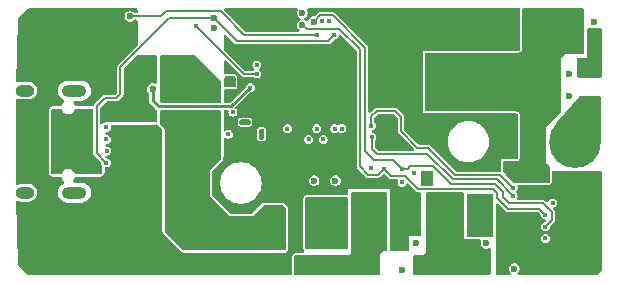
<source format=gbr>
%TF.GenerationSoftware,KiCad,Pcbnew,8.0.3*%
%TF.CreationDate,2024-10-12T12:31:44+02:00*%
%TF.ProjectId,Parkside-100W-Brick,5061726b-7369-4646-952d-313030572d42,rev?*%
%TF.SameCoordinates,Original*%
%TF.FileFunction,Copper,L5,Inr*%
%TF.FilePolarity,Positive*%
%FSLAX46Y46*%
G04 Gerber Fmt 4.6, Leading zero omitted, Abs format (unit mm)*
G04 Created by KiCad (PCBNEW 8.0.3) date 2024-10-12 12:31:44*
%MOMM*%
%LPD*%
G01*
G04 APERTURE LIST*
%TA.AperFunction,ComponentPad*%
%ADD10C,0.700000*%
%TD*%
%TA.AperFunction,ComponentPad*%
%ADD11C,4.400000*%
%TD*%
%TA.AperFunction,ComponentPad*%
%ADD12O,2.100000X1.000000*%
%TD*%
%TA.AperFunction,ComponentPad*%
%ADD13O,1.600000X1.000000*%
%TD*%
%TA.AperFunction,ComponentPad*%
%ADD14R,6.500000X1.500000*%
%TD*%
%TA.AperFunction,ViaPad*%
%ADD15C,0.600000*%
%TD*%
%TA.AperFunction,ViaPad*%
%ADD16C,0.450000*%
%TD*%
%TA.AperFunction,Conductor*%
%ADD17C,0.200000*%
%TD*%
%TA.AperFunction,Conductor*%
%ADD18C,0.250000*%
%TD*%
G04 APERTURE END LIST*
D10*
%TO.N,Net-(J1-Pin_1)*%
%TO.C,J1*%
X195850000Y-100000000D03*
X196333274Y-98833274D03*
X196333274Y-101166726D03*
X197500000Y-98350000D03*
D11*
X197500000Y-100000000D03*
D10*
X197500000Y-101650000D03*
X198666726Y-98833274D03*
X198666726Y-101166726D03*
X199150000Y-100000000D03*
%TD*%
D12*
%TO.N,GND*%
%TO.C,J2*%
X155155000Y-95680000D03*
D13*
X150975000Y-95680000D03*
D12*
X155155000Y-104320000D03*
D13*
X150975000Y-104320000D03*
%TD*%
D10*
%TO.N,GND*%
%TO.C,J3*%
X156230000Y-90850000D03*
X157396726Y-91333274D03*
X155063274Y-91333274D03*
X157880000Y-92500000D03*
D11*
X156230000Y-92500000D03*
D10*
X154580000Y-92500000D03*
X157396726Y-93666726D03*
X155063274Y-93666726D03*
X156230000Y-94150000D03*
%TD*%
%TO.N,GND*%
%TO.C,J6*%
X156230000Y-109150000D03*
X155063274Y-108666726D03*
X157396726Y-108666726D03*
X154580000Y-107500000D03*
D11*
X156230000Y-107500000D03*
D10*
X157880000Y-107500000D03*
X155063274Y-106333274D03*
X157396726Y-106333274D03*
X156230000Y-105850000D03*
%TD*%
D14*
%TO.N,/IP2368 Buck-Boost-Converter/HB2*%
%TO.C,L1*%
X187100000Y-110500000D03*
%TO.N,/IP2368 Buck-Boost-Converter/HB1*%
X177100000Y-110500000D03*
%TD*%
D15*
%TO.N,GND*%
X163500000Y-110500000D03*
X189000000Y-91500000D03*
X152500000Y-101500000D03*
X177000000Y-96000000D03*
X173000000Y-95000000D03*
X159000000Y-110500000D03*
X151500000Y-92500000D03*
X190275352Y-98975000D03*
X162000000Y-109000000D03*
X183000000Y-94500000D03*
X169250000Y-101450000D03*
X175000000Y-97000000D03*
X192200000Y-91600000D03*
X152500000Y-98500000D03*
X189525000Y-101775352D03*
X160500000Y-101500000D03*
D16*
X195025000Y-109200000D03*
D15*
X182200000Y-107025000D03*
X182933333Y-105700000D03*
X151500000Y-94000000D03*
X157500000Y-89500000D03*
X153000000Y-92500000D03*
X159000000Y-104500000D03*
X181100000Y-99600000D03*
D16*
X169550000Y-99850000D03*
D15*
X177000000Y-94000000D03*
X181500000Y-90000000D03*
X199500000Y-110500000D03*
X172500000Y-89190000D03*
X180400000Y-89200000D03*
X151500000Y-109000000D03*
X173000000Y-94000000D03*
X161850000Y-100100000D03*
X153000000Y-110500000D03*
X189000000Y-90000000D03*
X173000000Y-96000000D03*
X186000000Y-90000000D03*
X185800000Y-98800000D03*
X153000000Y-95500000D03*
X177000000Y-97000000D03*
X151000000Y-100000000D03*
X154500000Y-110500000D03*
X152500000Y-100000000D03*
X152500000Y-103000000D03*
X171025352Y-102475000D03*
X151500000Y-107500000D03*
X171000000Y-110500000D03*
X185250000Y-91600000D03*
X178800000Y-89200000D03*
X175000000Y-95000000D03*
X166500000Y-110500000D03*
X159500000Y-107000000D03*
X157750000Y-95000000D03*
X181500000Y-94500000D03*
D16*
X169850000Y-92275000D03*
D15*
X181100000Y-98800000D03*
X151000000Y-101500000D03*
X183000000Y-90000000D03*
X151000000Y-97000000D03*
X192200000Y-89200000D03*
X185800000Y-99600000D03*
X153000000Y-107500000D03*
X153000000Y-89500000D03*
X181500000Y-93000000D03*
X186000000Y-91500000D03*
X159000000Y-106000000D03*
X182933333Y-106350000D03*
X182200000Y-106350000D03*
X181100000Y-98000000D03*
X174000000Y-94000000D03*
X154500000Y-89500000D03*
X182200000Y-107700000D03*
X152500000Y-97000000D03*
X187500000Y-90000000D03*
X169250000Y-105550000D03*
X192200000Y-90000000D03*
X183666666Y-107025000D03*
X174000000Y-93000000D03*
X199500000Y-102900000D03*
X181900000Y-99600000D03*
X175000000Y-93000000D03*
X188500000Y-102050000D03*
X190550000Y-100000000D03*
X182933333Y-107025000D03*
X190275352Y-101025000D03*
X173000000Y-93000000D03*
X181900000Y-100400000D03*
X151500000Y-91000000D03*
X185250000Y-90800000D03*
X185250000Y-89200000D03*
X190500000Y-90000000D03*
X167474648Y-102475000D03*
X184500000Y-90000000D03*
X186724648Y-98975000D03*
X151500000Y-106000000D03*
X160300000Y-107000000D03*
X175000000Y-94000000D03*
D16*
X168675000Y-100275000D03*
D15*
X161100000Y-107000000D03*
X160500000Y-110500000D03*
X183666666Y-107700000D03*
X183666666Y-105700000D03*
X153000000Y-104500000D03*
X181900000Y-98000000D03*
X183000000Y-91500000D03*
X176000000Y-96000000D03*
X198300000Y-102900000D03*
X162000000Y-106000000D03*
X157500000Y-104500000D03*
X162000000Y-101500000D03*
X174000000Y-96000000D03*
X165000000Y-110500000D03*
X160500000Y-104500000D03*
X171300000Y-103500000D03*
X173000000Y-97000000D03*
X181500000Y-91500000D03*
X157500000Y-110500000D03*
X174000000Y-95000000D03*
X176000000Y-97000000D03*
X176000000Y-94000000D03*
X182925000Y-108375000D03*
X160900000Y-99300000D03*
D16*
X168075000Y-100275000D03*
D15*
X182933333Y-107700000D03*
X182200000Y-105700000D03*
X158500000Y-95000000D03*
X181100000Y-100400000D03*
X160500000Y-103000000D03*
X151500000Y-110500000D03*
X157000000Y-95000000D03*
D16*
X169350000Y-96775000D03*
D15*
X181900000Y-98800000D03*
X158500000Y-95750000D03*
X198300000Y-110500000D03*
X162000000Y-110500000D03*
X153000000Y-94000000D03*
X187475000Y-98224648D03*
X170275000Y-105275352D03*
X168000000Y-110500000D03*
X176000000Y-93000000D03*
X162000000Y-103000000D03*
X177000000Y-95000000D03*
X185000000Y-98000000D03*
X186724648Y-101025000D03*
X177000000Y-93000000D03*
X153000000Y-91000000D03*
X187475000Y-101775352D03*
X159000000Y-109000000D03*
X183666666Y-106350000D03*
X157750000Y-95750000D03*
X172500000Y-110500000D03*
X185250000Y-90000000D03*
X174000000Y-97000000D03*
X159000000Y-101500000D03*
X168225000Y-105275352D03*
X168225000Y-101724648D03*
X192200000Y-99300000D03*
X192200000Y-101200000D03*
X156000000Y-110500000D03*
X166962500Y-90350000D03*
X185800000Y-98000000D03*
X192200000Y-98400000D03*
X185000000Y-98800000D03*
D16*
X169850000Y-96775000D03*
D15*
X189525000Y-98224648D03*
X167474648Y-104525000D03*
X160500000Y-109000000D03*
X158800000Y-98850000D03*
X160500000Y-106000000D03*
X162000000Y-104500000D03*
X175000000Y-96000000D03*
X176000000Y-95000000D03*
X192200000Y-100300000D03*
X183666666Y-105050000D03*
X167200000Y-103500000D03*
X187500000Y-91500000D03*
X192200000Y-90800000D03*
X153000000Y-106000000D03*
X185000000Y-99600000D03*
X177800000Y-89200000D03*
X159000000Y-103000000D03*
X151000000Y-103000000D03*
D16*
X170900000Y-100450000D03*
D15*
X179050000Y-103300000D03*
X173650000Y-103300000D03*
X188500000Y-97950000D03*
X151000000Y-98500000D03*
X191750000Y-108750000D03*
X184500000Y-91500000D03*
X151500000Y-89500000D03*
X161900000Y-107000000D03*
X183000000Y-93000000D03*
X182850000Y-110850000D03*
X157000000Y-95750000D03*
X169500000Y-110500000D03*
X161050000Y-100100000D03*
X158500000Y-94250000D03*
X182191666Y-108375000D03*
X160250000Y-100100000D03*
X186450000Y-100000000D03*
X190500000Y-91500000D03*
X171025352Y-104525000D03*
X156000000Y-89500000D03*
X153000000Y-109000000D03*
X170275000Y-101724648D03*
%TO.N,Net-(J1-Pin_1)*%
X198100000Y-96400000D03*
X198100000Y-97050000D03*
X199400000Y-96400000D03*
X198750000Y-97700000D03*
X198750000Y-97050000D03*
X199400000Y-97050000D03*
X199400000Y-97700000D03*
X199400000Y-98350000D03*
X198750000Y-96400000D03*
%TO.N,/IP2368 Buck-Boost-Converter/HB2*%
X186750000Y-107000000D03*
X186750000Y-108500000D03*
X186000000Y-104750000D03*
X187500000Y-104750000D03*
X185250000Y-107750000D03*
X186750000Y-107750000D03*
X186000000Y-107000000D03*
X186000000Y-106250000D03*
X186750000Y-105500000D03*
X186000000Y-105500000D03*
X187500000Y-107750000D03*
X187500000Y-107000000D03*
X187500000Y-106250000D03*
X186000000Y-108500000D03*
X185250000Y-108500000D03*
X186750000Y-104750000D03*
D16*
X176220000Y-99800000D03*
D15*
X185250000Y-105500000D03*
X187500000Y-108500000D03*
X185250000Y-106250000D03*
X185250000Y-104750000D03*
X187500000Y-105500000D03*
X186750000Y-106250000D03*
X186000000Y-107750000D03*
X185250000Y-107000000D03*
%TO.N,/IP2368 Buck-Boost-Converter/HB1*%
X179000000Y-109250000D03*
X181250000Y-104750000D03*
X179750000Y-107000000D03*
X181250000Y-106250000D03*
X179000000Y-107750000D03*
X181250000Y-107000000D03*
X179000000Y-107000000D03*
X179750000Y-107750000D03*
X180500000Y-109250000D03*
X180500000Y-107000000D03*
X179750000Y-106250000D03*
X179000000Y-104750000D03*
X180500000Y-105500000D03*
X179750000Y-104750000D03*
X179750000Y-108500000D03*
D16*
X174980000Y-99800000D03*
D15*
X180500000Y-107750000D03*
X180500000Y-104750000D03*
X181250000Y-105500000D03*
X179750000Y-109250000D03*
X179000000Y-106250000D03*
X181250000Y-108500000D03*
X179000000Y-105500000D03*
X180500000Y-108500000D03*
X180500000Y-106250000D03*
X181250000Y-107750000D03*
X179000000Y-108500000D03*
X179750000Y-105500000D03*
D16*
%TO.N,/Battery Interface/I^{2}C_INT*%
X195025000Y-108200000D03*
X170600000Y-93510000D03*
%TO.N,+5V*%
X185300000Y-103500000D03*
X184750000Y-102700000D03*
X184750000Y-103500000D03*
X168075000Y-95175000D03*
D15*
X177250000Y-103300000D03*
X175450000Y-103300000D03*
D16*
X168075000Y-94675000D03*
X171000000Y-99150000D03*
X168575000Y-94675000D03*
X168575000Y-95175000D03*
X185300000Y-102700000D03*
X171000000Y-99600000D03*
X185025000Y-103100000D03*
%TO.N,/IP2368 Buck-Boost-Converter/HLED*%
X170600000Y-94275000D03*
X165450000Y-90210000D03*
%TO.N,/Connector/PORT1_D+*%
X157875000Y-100800000D03*
X176725000Y-89825000D03*
D15*
%TO.N,/Connector/PORT1_CC2*%
X166962500Y-89550000D03*
D16*
X157850000Y-101800000D03*
X177175000Y-90950000D03*
%TO.N,/Connector/PORT1_CC1*%
X157850000Y-98800000D03*
X175675000Y-90950000D03*
D15*
X159862500Y-89400000D03*
%TO.N,/IP2368 Buck-Boost-Converter/HB_IN*%
X176500000Y-105750000D03*
X175000000Y-108750000D03*
X175000000Y-108000000D03*
X175750000Y-105750000D03*
X175750000Y-106500000D03*
X176500000Y-107250000D03*
X175750000Y-108000000D03*
X178000000Y-108750000D03*
X178000000Y-108000000D03*
X176500000Y-108000000D03*
X175000000Y-106500000D03*
X175750000Y-108750000D03*
X176500000Y-108750000D03*
D16*
X173175000Y-98900000D03*
D15*
X177250000Y-108750000D03*
X175750000Y-107250000D03*
X177250000Y-108000000D03*
X178000000Y-107250000D03*
X176500000Y-106500000D03*
X177250000Y-106500000D03*
X177250000Y-105750000D03*
X175000000Y-107250000D03*
X178000000Y-105000000D03*
X178000000Y-105750000D03*
X175000000Y-105750000D03*
X178000000Y-106500000D03*
X177250000Y-107250000D03*
D16*
%TO.N,/IP2368 Buck-Boost-Converter/LG2*%
X175680000Y-98895000D03*
D15*
X184090005Y-108605004D03*
%TO.N,/IP2368 Buck-Boost-Converter/HB_BAT*%
X190250000Y-107000000D03*
D16*
X192300000Y-104600000D03*
D15*
X190250000Y-104750000D03*
X188750000Y-106250000D03*
X188750000Y-107750000D03*
X189500000Y-104750000D03*
X189500000Y-107000000D03*
X188750000Y-105500000D03*
X188750000Y-104750000D03*
D16*
X180335000Y-99620000D03*
D15*
X189500000Y-106250000D03*
X190250000Y-106250000D03*
D16*
X177800000Y-98900000D03*
D15*
X190250000Y-105500000D03*
X188750000Y-107000000D03*
X189500000Y-105500000D03*
D16*
%TO.N,/IP2368 Buck-Boost-Converter/HG2*%
X177200000Y-98900000D03*
D15*
X190009995Y-108605004D03*
D16*
%TO.N,/Connector/PORT1_D-*%
X157850000Y-99800000D03*
X176125000Y-89814070D03*
D15*
%TO.N,/Connector/POWER_VBUS*%
X158925000Y-96825000D03*
X153500000Y-98000000D03*
X160900000Y-96300000D03*
X154500000Y-100000000D03*
X161150000Y-93150000D03*
X161150000Y-93850000D03*
X160900000Y-97000000D03*
X157575000Y-97525000D03*
X158925000Y-97525000D03*
X158250000Y-96825000D03*
X160900000Y-95600000D03*
X159600000Y-95250000D03*
X159600000Y-96650000D03*
X160450000Y-93850000D03*
X160275000Y-97350000D03*
X159750000Y-93850000D03*
X154500000Y-99000000D03*
X153500000Y-100000000D03*
X154500000Y-101000000D03*
X161150000Y-94550000D03*
X153500000Y-99000000D03*
X159600000Y-97350000D03*
X154750000Y-102000000D03*
X153500000Y-102000000D03*
X159600000Y-95950000D03*
X160275000Y-95950000D03*
X160450000Y-93150000D03*
X160275000Y-96650000D03*
X159750000Y-94550000D03*
X158250000Y-97525000D03*
X160275000Y-95250000D03*
X153500000Y-101000000D03*
X160450000Y-94550000D03*
X154750000Y-98000000D03*
%TO.N,/Battery Interface/VBAT*%
X199500000Y-94075000D03*
X198825000Y-92050000D03*
X198150000Y-94075000D03*
X198825000Y-94075000D03*
X199500000Y-92725000D03*
X199500000Y-92050000D03*
X199500000Y-90700000D03*
X198150000Y-93400000D03*
X198825000Y-91375000D03*
X198825000Y-93400000D03*
X199500000Y-93400000D03*
X198825000Y-92725000D03*
X198825000Y-90700000D03*
X199500000Y-91375000D03*
%TO.N,+3.3V*%
X174450000Y-89090000D03*
D16*
X180300000Y-102240000D03*
X195650000Y-105200000D03*
X183900000Y-102625000D03*
X168200000Y-99367500D03*
D15*
%TO.N,/IP2368 Buck-Boost-Converter/BAT*%
X192000000Y-93500000D03*
X193500000Y-98500000D03*
X194900000Y-92000000D03*
X193500000Y-100750000D03*
X194250000Y-100750000D03*
X197975000Y-90950000D03*
X193500000Y-95000000D03*
X196025000Y-89650000D03*
X193500000Y-97750000D03*
X194900000Y-90500000D03*
X196675000Y-89650000D03*
X187500000Y-95000000D03*
X193500000Y-96500000D03*
X197325000Y-90950000D03*
X193500000Y-89000000D03*
X194250000Y-97750000D03*
X192750000Y-102250000D03*
X197325000Y-92250000D03*
X192200000Y-94400000D03*
X196025000Y-92250000D03*
X196025000Y-90950000D03*
X192200000Y-95200000D03*
X193500000Y-102250000D03*
X194250000Y-102250000D03*
X194250000Y-101500000D03*
D16*
X192300000Y-103900000D03*
D15*
X197975000Y-89650000D03*
X196025000Y-90300000D03*
X195000000Y-96500000D03*
X192200000Y-96800000D03*
X186000000Y-95000000D03*
X189000000Y-96500000D03*
X185250000Y-96800000D03*
X195000000Y-103000000D03*
X192000000Y-102250000D03*
X195000000Y-95000000D03*
X196675000Y-90300000D03*
X194900000Y-89000000D03*
X197325000Y-89650000D03*
X187500000Y-96500000D03*
X189000000Y-93500000D03*
X197975000Y-91600000D03*
X187500000Y-93500000D03*
X189000000Y-95000000D03*
X195000000Y-93500000D03*
X192200000Y-96000000D03*
X194250000Y-99250000D03*
X186000000Y-96500000D03*
X190500000Y-93500000D03*
X193500000Y-92000000D03*
X193500000Y-93500000D03*
X194250000Y-103000000D03*
X196025000Y-91600000D03*
X197325000Y-90300000D03*
X197975000Y-90300000D03*
X193500000Y-103000000D03*
X196675000Y-92250000D03*
X190500000Y-95000000D03*
X195000000Y-102250000D03*
X192750000Y-103000000D03*
D16*
X180305000Y-98650000D03*
D15*
X194250000Y-98500000D03*
X193500000Y-99250000D03*
X194250000Y-100000000D03*
X197975000Y-92250000D03*
X185250000Y-94400000D03*
X193500000Y-90500000D03*
X190500000Y-96500000D03*
X197325000Y-91600000D03*
X186000000Y-93500000D03*
X193500000Y-101500000D03*
X185250000Y-95200000D03*
X185250000Y-96000000D03*
X196675000Y-90950000D03*
X196675000Y-91600000D03*
X193500000Y-100000000D03*
D16*
%TO.N,/IP2368 Buck-Boost-Converter/VBUS_G*%
X170050000Y-95425000D03*
D15*
X161800000Y-95550000D03*
%TO.N,Net-(Q3-D)*%
X197000000Y-96160000D03*
X192400000Y-110750000D03*
%TO.N,Net-(Q5-G)*%
X197000000Y-94310000D03*
X199150000Y-89850000D03*
%TO.N,/IP2368 Buck-Boost-Converter/CSP1*%
X166200000Y-94800000D03*
X163500000Y-101750000D03*
X165500000Y-108750000D03*
X164500000Y-101750000D03*
X163500000Y-99750000D03*
X163500000Y-106750000D03*
X165675000Y-93400000D03*
X165500000Y-103750000D03*
X164100000Y-95500000D03*
X164800000Y-96200000D03*
X163500000Y-103750000D03*
X164500000Y-108750000D03*
X166250000Y-100100000D03*
X167690000Y-106300000D03*
X164500000Y-105750000D03*
X163400000Y-96200000D03*
X162700000Y-96200000D03*
X168500000Y-108750000D03*
X167100000Y-107000000D03*
X162700000Y-93400000D03*
X167275000Y-96225000D03*
X163500000Y-104750000D03*
X166500000Y-105750000D03*
X162700000Y-95500000D03*
X166300000Y-107000000D03*
X163500000Y-107750000D03*
X165500000Y-95500000D03*
X167500000Y-108750000D03*
X170820000Y-106300000D03*
X172500000Y-108750000D03*
X165500000Y-98750000D03*
X164650000Y-100100000D03*
X170500000Y-107750000D03*
X163500000Y-105750000D03*
X164800000Y-94100000D03*
X164100000Y-96200000D03*
X167300000Y-98800000D03*
X162700000Y-94100000D03*
X163400000Y-94800000D03*
X165500000Y-102750000D03*
X169500000Y-107750000D03*
X166900000Y-97900000D03*
X163400000Y-94100000D03*
X163900000Y-97900000D03*
X172375000Y-105725000D03*
X165500000Y-107000000D03*
X164100000Y-93400000D03*
X164900000Y-97900000D03*
D16*
X169350000Y-98350000D03*
X169850000Y-98350000D03*
D15*
X166500000Y-101750000D03*
X167050000Y-100100000D03*
X166500000Y-108750000D03*
X164800000Y-95500000D03*
X164500000Y-103750000D03*
X165500000Y-105750000D03*
X162900000Y-97900000D03*
X164100000Y-94100000D03*
X169500000Y-108750000D03*
X162700000Y-94800000D03*
X171500000Y-106750000D03*
X166200000Y-96200000D03*
X165450000Y-100100000D03*
X164100000Y-94800000D03*
X166200000Y-95500000D03*
X164500000Y-102750000D03*
X171500000Y-107750000D03*
X170500000Y-108750000D03*
X163400000Y-95500000D03*
X166500000Y-94200000D03*
X165900000Y-97900000D03*
X163500000Y-102750000D03*
X164800000Y-94800000D03*
X163500000Y-98750000D03*
X165500000Y-94800000D03*
X167275000Y-95050000D03*
X168500000Y-107750000D03*
X164500000Y-104750000D03*
X166500000Y-98750000D03*
X165500000Y-101750000D03*
X165500000Y-104750000D03*
X164700000Y-107000000D03*
X163500000Y-100750000D03*
X172500000Y-107750000D03*
X165500000Y-96200000D03*
X171500000Y-108750000D03*
X165500000Y-94100000D03*
X169250000Y-106710000D03*
X164800000Y-93400000D03*
X163400000Y-93400000D03*
X164500000Y-98750000D03*
D16*
%TO.N,/Battery Interface/I^{2}C_SDA*%
X182900000Y-102300000D03*
X195025000Y-107200000D03*
D15*
X175400000Y-89850000D03*
D16*
%TO.N,/Battery Interface/I^{2}C_SCL*%
X195025000Y-106200000D03*
X181350000Y-102300000D03*
D15*
X174450000Y-90110000D03*
D16*
%TO.N,Net-(R25-C)*%
X168575000Y-97500000D03*
X182900000Y-103450000D03*
%TD*%
D17*
%TO.N,/IP2368 Buck-Boost-Converter/HLED*%
X169515000Y-94275000D02*
X165450000Y-90210000D01*
X170600000Y-94275000D02*
X169515000Y-94275000D01*
%TO.N,/Connector/PORT1_CC2*%
X159027000Y-93698000D02*
X159027000Y-95973000D01*
X168912500Y-91500000D02*
X176625000Y-91500000D01*
X176825000Y-91300000D02*
X177175000Y-90950000D01*
X176825000Y-91300000D02*
X176723000Y-91402000D01*
X158702000Y-96298000D02*
X157727000Y-96298000D01*
X157048000Y-96977000D02*
X157048000Y-100998000D01*
X157727000Y-96298000D02*
X157048000Y-96977000D01*
X157048000Y-100998000D02*
X157850000Y-101800000D01*
X163175000Y-89550000D02*
X159027000Y-93698000D01*
X166962500Y-89550000D02*
X168912500Y-91500000D01*
X176625000Y-91500000D02*
X176825000Y-91300000D01*
X166962500Y-89550000D02*
X163175000Y-89550000D01*
X159027000Y-95973000D02*
X158702000Y-96298000D01*
%TO.N,/Connector/PORT1_CC1*%
X162500000Y-89400000D02*
X159862500Y-89400000D01*
X167525000Y-88975000D02*
X162925000Y-88975000D01*
X175675000Y-90950000D02*
X169500000Y-90950000D01*
X162925000Y-88975000D02*
X162500000Y-89400000D01*
X169500000Y-90950000D02*
X167525000Y-88975000D01*
%TO.N,/IP2368 Buck-Boost-Converter/HB_BAT*%
X190900000Y-103200000D02*
X187200000Y-103200000D01*
X185025000Y-101025000D02*
X180775000Y-101025000D01*
X180775000Y-101025000D02*
X180335000Y-100585000D01*
X192300000Y-104600000D02*
X190900000Y-103200000D01*
X180335000Y-100585000D02*
X180335000Y-99620000D01*
X187200000Y-103200000D02*
X185025000Y-101025000D01*
%TO.N,/IP2368 Buck-Boost-Converter/BAT*%
X192300000Y-103900000D02*
X191200000Y-102800000D01*
X187400000Y-102800000D02*
X185100000Y-100500000D01*
X180305000Y-97845000D02*
X180305000Y-98650000D01*
X182800000Y-99100000D02*
X182800000Y-97900000D01*
X185100000Y-100500000D02*
X184200000Y-100500000D01*
X191200000Y-102800000D02*
X187400000Y-102800000D01*
X180750000Y-97400000D02*
X180305000Y-97845000D01*
X184200000Y-100500000D02*
X182800000Y-99100000D01*
X182300000Y-97400000D02*
X180750000Y-97400000D01*
X182800000Y-97900000D02*
X182300000Y-97400000D01*
D18*
%TO.N,/IP2368 Buck-Boost-Converter/VBUS_G*%
X161800000Y-95550000D02*
X161800000Y-96550000D01*
X168425420Y-97025000D02*
X170025420Y-95425000D01*
X162275000Y-97025000D02*
X168425420Y-97025000D01*
X161800000Y-96550000D02*
X162275000Y-97025000D01*
X170025420Y-95425000D02*
X170050000Y-95425000D01*
D17*
%TO.N,/Battery Interface/I^{2}C_SDA*%
X175950000Y-89300000D02*
X175400000Y-89850000D01*
X179800000Y-100800000D02*
X179800000Y-92075000D01*
X190750000Y-103600000D02*
X187000000Y-103600000D01*
X185500000Y-102100000D02*
X183600000Y-102100000D01*
X182150000Y-101550000D02*
X180550000Y-101550000D01*
X183600000Y-102100000D02*
X183400000Y-102300000D01*
X195575000Y-106650000D02*
X195575000Y-105950000D01*
X187000000Y-103600000D02*
X185500000Y-102100000D01*
X180550000Y-101550000D02*
X179800000Y-100800000D01*
X177025000Y-89300000D02*
X175950000Y-89300000D01*
X191450000Y-104675000D02*
X191450000Y-104300000D01*
X194825000Y-105200000D02*
X191975000Y-105200000D01*
X183400000Y-102300000D02*
X182900000Y-102300000D01*
X179800000Y-92075000D02*
X177025000Y-89300000D01*
X195575000Y-105950000D02*
X194825000Y-105200000D01*
X195025000Y-107200000D02*
X195575000Y-106650000D01*
X191975000Y-105200000D02*
X191450000Y-104675000D01*
X182900000Y-102300000D02*
X182150000Y-101550000D01*
X191450000Y-104300000D02*
X190750000Y-103600000D01*
%TO.N,/Battery Interface/I^{2}C_SCL*%
X180850000Y-102800000D02*
X181350000Y-102300000D01*
X190925000Y-104775000D02*
X190925000Y-104325000D01*
X191850000Y-105700000D02*
X190925000Y-104775000D01*
X194525000Y-105700000D02*
X191850000Y-105700000D01*
X179300000Y-92200000D02*
X179300000Y-102100000D01*
X180000000Y-102800000D02*
X180850000Y-102800000D01*
X179300000Y-102100000D02*
X180000000Y-102800000D01*
X184250000Y-104000000D02*
X183150000Y-102900000D01*
X195025000Y-106200000D02*
X194525000Y-105700000D01*
X174450000Y-90110000D02*
X174810000Y-90470000D01*
X190925000Y-104325000D02*
X190600000Y-104000000D01*
X190600000Y-104000000D02*
X184250000Y-104000000D01*
X183150000Y-102900000D02*
X181950000Y-102900000D01*
X174810000Y-90470000D02*
X177570000Y-90470000D01*
X181950000Y-102900000D02*
X181350000Y-102300000D01*
X177570000Y-90470000D02*
X179300000Y-92200000D01*
%TD*%
%TA.AperFunction,Conductor*%
%TO.N,+5V*%
G36*
X171168039Y-98944685D02*
G01*
X171213794Y-98997489D01*
X171225000Y-99049000D01*
X171225000Y-99701000D01*
X171205315Y-99768039D01*
X171152511Y-99813794D01*
X171101000Y-99825000D01*
X170899000Y-99825000D01*
X170831961Y-99805315D01*
X170786206Y-99752511D01*
X170775000Y-99701000D01*
X170775000Y-99049000D01*
X170794685Y-98981961D01*
X170847489Y-98936206D01*
X170899000Y-98925000D01*
X171101000Y-98925000D01*
X171168039Y-98944685D01*
G37*
%TD.AperFunction*%
%TD*%
%TA.AperFunction,Conductor*%
%TO.N,Net-(J1-Pin_1)*%
G36*
X199643039Y-96119685D02*
G01*
X199688794Y-96172489D01*
X199700000Y-96224000D01*
X199700000Y-99876000D01*
X199680315Y-99943039D01*
X199627511Y-99988794D01*
X199576000Y-100000000D01*
X197551362Y-100000000D01*
X197484323Y-99980315D01*
X197463681Y-99963681D01*
X196031906Y-98531906D01*
X195998421Y-98470583D01*
X196003405Y-98400891D01*
X196026140Y-98362717D01*
X197962938Y-96142486D01*
X198021842Y-96104907D01*
X198056381Y-96100000D01*
X199576000Y-96100000D01*
X199643039Y-96119685D01*
G37*
%TD.AperFunction*%
%TD*%
%TA.AperFunction,Conductor*%
%TO.N,/IP2368 Buck-Boost-Converter/CSP1*%
G36*
X170018039Y-98144685D02*
G01*
X170063794Y-98197489D01*
X170075000Y-98249000D01*
X170075000Y-98451000D01*
X170055315Y-98518039D01*
X170002511Y-98563794D01*
X169951000Y-98575000D01*
X169249000Y-98575000D01*
X169181961Y-98555315D01*
X169136206Y-98502511D01*
X169125000Y-98451000D01*
X169125000Y-98249000D01*
X169144685Y-98181961D01*
X169197489Y-98136206D01*
X169249000Y-98125000D01*
X169951000Y-98125000D01*
X170018039Y-98144685D01*
G37*
%TD.AperFunction*%
%TD*%
%TA.AperFunction,Conductor*%
%TO.N,+5V*%
G36*
X168743039Y-94469685D02*
G01*
X168788794Y-94522489D01*
X168800000Y-94574000D01*
X168800000Y-95276000D01*
X168780315Y-95343039D01*
X168727511Y-95388794D01*
X168676000Y-95400000D01*
X167974000Y-95400000D01*
X167906961Y-95380315D01*
X167861206Y-95327511D01*
X167850000Y-95276000D01*
X167850000Y-94574000D01*
X167869685Y-94506961D01*
X167922489Y-94461206D01*
X167974000Y-94450000D01*
X168676000Y-94450000D01*
X168743039Y-94469685D01*
G37*
%TD.AperFunction*%
%TD*%
%TA.AperFunction,Conductor*%
%TO.N,/IP2368 Buck-Boost-Converter/HB1*%
G36*
X181568039Y-104319685D02*
G01*
X181613794Y-104372489D01*
X181625000Y-104424000D01*
X181625000Y-109176000D01*
X181605315Y-109243039D01*
X181552511Y-109288794D01*
X181501000Y-109300000D01*
X181249999Y-109300000D01*
X181050000Y-109499999D01*
X181050000Y-111175500D01*
X181030315Y-111242539D01*
X180977511Y-111288294D01*
X180926000Y-111299500D01*
X173899000Y-111299500D01*
X173831961Y-111279815D01*
X173786206Y-111227011D01*
X173775000Y-111175500D01*
X173775000Y-109724000D01*
X173794685Y-109656961D01*
X173847489Y-109611206D01*
X173899000Y-109600000D01*
X178400000Y-109600000D01*
X178575000Y-109400000D01*
X178575000Y-104424000D01*
X178594685Y-104356961D01*
X178647489Y-104311206D01*
X178699000Y-104300000D01*
X181501000Y-104300000D01*
X181568039Y-104319685D01*
G37*
%TD.AperFunction*%
%TD*%
%TA.AperFunction,Conductor*%
%TO.N,/Battery Interface/VBAT*%
G36*
X199742539Y-90419685D02*
G01*
X199788294Y-90472489D01*
X199799500Y-90524000D01*
X199799500Y-94451000D01*
X199779815Y-94518039D01*
X199727011Y-94563794D01*
X199675500Y-94575000D01*
X197824000Y-94575000D01*
X197756961Y-94555315D01*
X197711206Y-94502511D01*
X197700000Y-94451000D01*
X197700000Y-93024000D01*
X197719685Y-92956961D01*
X197772489Y-92911206D01*
X197824000Y-92900000D01*
X198525000Y-92900000D01*
X198525000Y-90524000D01*
X198544685Y-90456961D01*
X198597489Y-90411206D01*
X198649000Y-90400000D01*
X199675500Y-90400000D01*
X199742539Y-90419685D01*
G37*
%TD.AperFunction*%
%TD*%
%TA.AperFunction,Conductor*%
%TO.N,/IP2368 Buck-Boost-Converter/CSP1*%
G36*
X167523532Y-97370185D02*
G01*
X167569287Y-97422989D01*
X167580489Y-97475439D01*
X167550384Y-101449188D01*
X167530193Y-101516077D01*
X167514069Y-101535930D01*
X166600000Y-102449999D01*
X166600000Y-102450000D01*
X166600000Y-104600000D01*
X168300000Y-106300000D01*
X170250000Y-106300000D01*
X171113681Y-105436319D01*
X171175004Y-105402834D01*
X171201362Y-105400000D01*
X172773638Y-105400000D01*
X172840677Y-105419685D01*
X172861319Y-105436319D01*
X173013681Y-105588681D01*
X173047166Y-105650004D01*
X173050000Y-105676362D01*
X173050000Y-109076000D01*
X173030315Y-109143039D01*
X172977511Y-109188794D01*
X172926000Y-109200000D01*
X164451362Y-109200000D01*
X164384323Y-109180315D01*
X164363681Y-109163681D01*
X162836319Y-107636319D01*
X162802834Y-107574996D01*
X162800000Y-107548638D01*
X162800000Y-98900000D01*
X162436319Y-98536319D01*
X162402834Y-98474996D01*
X162400000Y-98448638D01*
X162400000Y-97474500D01*
X162419685Y-97407461D01*
X162472489Y-97361706D01*
X162524000Y-97350500D01*
X167456493Y-97350500D01*
X167523532Y-97370185D01*
G37*
%TD.AperFunction*%
%TA.AperFunction,Conductor*%
G36*
X165415677Y-92719685D02*
G01*
X165436319Y-92736319D01*
X167563291Y-94863291D01*
X167596776Y-94924614D01*
X167599606Y-94951911D01*
X167587299Y-96576439D01*
X167567108Y-96643328D01*
X167513959Y-96688681D01*
X167463303Y-96699500D01*
X162524000Y-96699500D01*
X162456961Y-96679815D01*
X162411206Y-96627011D01*
X162400000Y-96575500D01*
X162400000Y-92824000D01*
X162419685Y-92756961D01*
X162472489Y-92711206D01*
X162524000Y-92700000D01*
X165348638Y-92700000D01*
X165415677Y-92719685D01*
G37*
%TD.AperFunction*%
%TD*%
%TA.AperFunction,Conductor*%
%TO.N,/IP2368 Buck-Boost-Converter/HB2*%
G36*
X188118039Y-104319685D02*
G01*
X188163794Y-104372489D01*
X188175000Y-104424000D01*
X188175000Y-108275000D01*
X189472499Y-108275000D01*
X189539538Y-108294685D01*
X189585293Y-108347489D01*
X189595237Y-108416647D01*
X189585294Y-108450510D01*
X189573297Y-108476778D01*
X189554862Y-108605004D01*
X189573297Y-108733229D01*
X189627112Y-108851065D01*
X189627113Y-108851067D01*
X189711946Y-108948971D01*
X189820926Y-109019008D01*
X189820933Y-109019010D01*
X189945220Y-109055503D01*
X189945222Y-109055504D01*
X189945223Y-109055504D01*
X190074768Y-109055504D01*
X190074768Y-109055503D01*
X190153567Y-109032366D01*
X190199058Y-109019010D01*
X190199058Y-109019009D01*
X190199064Y-109019008D01*
X190208962Y-109012646D01*
X190275997Y-108992962D01*
X190343037Y-109012645D01*
X190388793Y-109065447D01*
X190400000Y-109116962D01*
X190400000Y-111175500D01*
X190380315Y-111242539D01*
X190327511Y-111288294D01*
X190276000Y-111299500D01*
X183924000Y-111299500D01*
X183856961Y-111279815D01*
X183811206Y-111227011D01*
X183800000Y-111175500D01*
X183800000Y-109724000D01*
X183819685Y-109656961D01*
X183872489Y-109611206D01*
X183924000Y-109600000D01*
X184700000Y-109600000D01*
X184900000Y-109400000D01*
X184900000Y-104424000D01*
X184919685Y-104356961D01*
X184972489Y-104311206D01*
X185024000Y-104300000D01*
X188051000Y-104300000D01*
X188118039Y-104319685D01*
G37*
%TD.AperFunction*%
%TD*%
%TA.AperFunction,Conductor*%
%TO.N,/IP2368 Buck-Boost-Converter/BAT*%
G36*
X194600000Y-101900000D02*
G01*
X195166667Y-101900000D01*
X195176000Y-101900000D01*
X195243039Y-101919685D01*
X195288794Y-101972489D01*
X195295989Y-102005566D01*
X195299999Y-102014283D01*
X195300000Y-102014283D01*
X195300000Y-103300000D01*
X192200000Y-103300000D01*
X191700000Y-102800000D01*
X191700000Y-101900000D01*
X193200000Y-101900000D01*
X193200000Y-97400000D01*
X194600000Y-97400000D01*
X194600000Y-101900000D01*
G37*
%TD.AperFunction*%
%TD*%
%TA.AperFunction,Conductor*%
%TO.N,GND*%
G36*
X155100069Y-96551850D02*
G01*
X155100010Y-96781740D01*
X155085515Y-96756635D01*
X155070561Y-96741681D01*
X155037076Y-96680358D01*
X155042060Y-96610666D01*
X155083932Y-96554733D01*
X155149396Y-96530316D01*
X155158242Y-96530000D01*
X155711081Y-96530000D01*
X155100069Y-96551850D01*
G37*
%TD.AperFunction*%
%TA.AperFunction,Conductor*%
G36*
X154464306Y-94841332D02*
G01*
X154357069Y-94862663D01*
X154357063Y-94862665D01*
X154202372Y-94926740D01*
X154202371Y-94926740D01*
X154063160Y-95019758D01*
X154063152Y-95019764D01*
X153944764Y-95138152D01*
X153944758Y-95138160D01*
X153851740Y-95277371D01*
X153851740Y-95277372D01*
X153787665Y-95432063D01*
X153787663Y-95432071D01*
X153755000Y-95596277D01*
X153755000Y-95763722D01*
X153787663Y-95927928D01*
X153787665Y-95927936D01*
X153851740Y-96082627D01*
X153851740Y-96082628D01*
X153944758Y-96221839D01*
X153944764Y-96221847D01*
X154063152Y-96340235D01*
X154063160Y-96340241D01*
X154202372Y-96433259D01*
X154232790Y-96445859D01*
X154287193Y-96489700D01*
X154309258Y-96555994D01*
X154300205Y-96591464D01*
X154300240Y-96581473D01*
X153750000Y-96600000D01*
X153750000Y-94650000D01*
X154464306Y-94841332D01*
G37*
%TD.AperFunction*%
%TA.AperFunction,Conductor*%
G36*
X156550000Y-96500000D02*
G01*
X155805736Y-96526615D01*
X155952928Y-96497336D01*
X155952936Y-96497334D01*
X156107627Y-96433259D01*
X156107628Y-96433259D01*
X156246839Y-96340241D01*
X156246847Y-96340235D01*
X156365235Y-96221847D01*
X156365241Y-96221839D01*
X156458259Y-96082628D01*
X156458259Y-96082627D01*
X156522334Y-95927936D01*
X156522336Y-95927928D01*
X156550000Y-95788856D01*
X156550000Y-96500000D01*
G37*
%TD.AperFunction*%
%TA.AperFunction,Conductor*%
G36*
X156550000Y-95400000D02*
G01*
X156550000Y-95571142D01*
X156522336Y-95432071D01*
X156522334Y-95432063D01*
X156503943Y-95387663D01*
X156550000Y-95400000D01*
G37*
%TD.AperFunction*%
%TD*%
%TA.AperFunction,Conductor*%
%TO.N,GND*%
G36*
X152500000Y-94650000D02*
G01*
X152500000Y-96850000D01*
X150200500Y-96850000D01*
X150200500Y-96480828D01*
X150220185Y-96413789D01*
X150272989Y-96368034D01*
X150342147Y-96358090D01*
X150371954Y-96366267D01*
X150456236Y-96401178D01*
X150456240Y-96401179D01*
X150601126Y-96429999D01*
X150601129Y-96430000D01*
X151348871Y-96430000D01*
X151348873Y-96429999D01*
X151493759Y-96401179D01*
X151493767Y-96401177D01*
X151630254Y-96344642D01*
X151630264Y-96344637D01*
X151753096Y-96262563D01*
X151753100Y-96262560D01*
X151857560Y-96158100D01*
X151857563Y-96158096D01*
X151939637Y-96035264D01*
X151939642Y-96035254D01*
X151996177Y-95898767D01*
X151996179Y-95898759D01*
X152024999Y-95753873D01*
X152025000Y-95753871D01*
X152025000Y-95606128D01*
X152024999Y-95606126D01*
X151996179Y-95461240D01*
X151996177Y-95461232D01*
X151939642Y-95324745D01*
X151939637Y-95324735D01*
X151857563Y-95201903D01*
X151857560Y-95201899D01*
X151753100Y-95097439D01*
X151753096Y-95097436D01*
X151630264Y-95015362D01*
X151630254Y-95015357D01*
X151493767Y-94958822D01*
X151493759Y-94958820D01*
X151348872Y-94930000D01*
X150601128Y-94930000D01*
X150456240Y-94958820D01*
X150456228Y-94958823D01*
X150390161Y-94986189D01*
X150320691Y-94993658D01*
X150258212Y-94962382D01*
X150222561Y-94902293D01*
X150218779Y-94867447D01*
X150218864Y-94864911D01*
X150218866Y-94864908D01*
X150220226Y-94824557D01*
X150220226Y-94824553D01*
X150220234Y-94824553D01*
X150220228Y-94824484D01*
X150221573Y-94785306D01*
X150221572Y-94785304D01*
X150221984Y-94773316D01*
X150221964Y-94773019D01*
X150223694Y-94721716D01*
X150223730Y-94721456D01*
X150225522Y-94667533D01*
X150225524Y-94667471D01*
X150227223Y-94617071D01*
X150227205Y-94616810D01*
X150227450Y-94609418D01*
X152500000Y-94650000D01*
G37*
%TD.AperFunction*%
%TD*%
%TA.AperFunction,Conductor*%
%TO.N,GND*%
G36*
X153711428Y-103255714D02*
G01*
X153800000Y-103300000D01*
X153847112Y-103257598D01*
X154183389Y-103262269D01*
X154273018Y-103351898D01*
X154306503Y-103413221D01*
X154301519Y-103482913D01*
X154259647Y-103538846D01*
X154232793Y-103554139D01*
X154202371Y-103566740D01*
X154063160Y-103659758D01*
X154063152Y-103659764D01*
X153944764Y-103778152D01*
X153944758Y-103778160D01*
X153851740Y-103917371D01*
X153851740Y-103917372D01*
X153787665Y-104072063D01*
X153787663Y-104072071D01*
X153755000Y-104236277D01*
X153755000Y-104403722D01*
X153787663Y-104567928D01*
X153787665Y-104567936D01*
X153851740Y-104722627D01*
X153851740Y-104722628D01*
X153944758Y-104861839D01*
X153944764Y-104861847D01*
X154063152Y-104980235D01*
X154063160Y-104980241D01*
X154202371Y-105073259D01*
X154357063Y-105137334D01*
X154357071Y-105137336D01*
X154521277Y-105169999D01*
X154521280Y-105170000D01*
X154583333Y-105170000D01*
X153300000Y-105500000D01*
X153300000Y-103250000D01*
X153711428Y-103255714D01*
G37*
%TD.AperFunction*%
%TA.AperFunction,Conductor*%
G36*
X156900000Y-103300000D02*
G01*
X156800000Y-104600000D01*
X156474369Y-104683733D01*
X156522334Y-104567936D01*
X156522336Y-104567928D01*
X156554999Y-104403722D01*
X156555000Y-104403720D01*
X156555000Y-104236279D01*
X156554999Y-104236277D01*
X156522336Y-104072071D01*
X156522334Y-104072063D01*
X156458259Y-103917372D01*
X156458259Y-103917371D01*
X156365241Y-103778160D01*
X156365235Y-103778152D01*
X156246847Y-103659764D01*
X156246839Y-103659758D01*
X156107628Y-103566740D01*
X155952936Y-103502665D01*
X155952928Y-103502663D01*
X155788721Y-103470000D01*
X155158242Y-103470000D01*
X155091203Y-103450315D01*
X155045448Y-103397511D01*
X155035504Y-103328353D01*
X155060122Y-103274446D01*
X156900000Y-103300000D01*
G37*
%TD.AperFunction*%
%TD*%
%TA.AperFunction,Conductor*%
%TO.N,GND*%
G36*
X152500000Y-103300000D02*
G01*
X152500000Y-105500000D01*
X150231086Y-105500000D01*
X150230803Y-105491487D01*
X150229520Y-105452277D01*
X150229519Y-105452276D01*
X150229132Y-105440429D01*
X150229098Y-105440166D01*
X150227212Y-105383401D01*
X150227230Y-105383150D01*
X150226806Y-105370576D01*
X150226807Y-105370575D01*
X150225500Y-105331820D01*
X150224143Y-105290957D01*
X150224142Y-105290955D01*
X150223738Y-105278791D01*
X150223702Y-105278517D01*
X150221970Y-105227164D01*
X150221991Y-105226869D01*
X150220226Y-105175442D01*
X150220226Y-105175441D01*
X150218866Y-105135091D01*
X150218864Y-105135087D01*
X150218779Y-105132551D01*
X150236193Y-105064886D01*
X150287425Y-105017377D01*
X150356209Y-105005108D01*
X150390162Y-105013810D01*
X150456232Y-105041177D01*
X150456240Y-105041179D01*
X150601126Y-105069999D01*
X150601129Y-105070000D01*
X151348871Y-105070000D01*
X151348873Y-105069999D01*
X151493759Y-105041179D01*
X151493767Y-105041177D01*
X151630254Y-104984642D01*
X151630264Y-104984637D01*
X151753096Y-104902563D01*
X151753100Y-104902560D01*
X151857560Y-104798100D01*
X151857563Y-104798096D01*
X151939637Y-104675264D01*
X151939642Y-104675254D01*
X151996177Y-104538767D01*
X151996179Y-104538759D01*
X152024999Y-104393873D01*
X152025000Y-104393871D01*
X152025000Y-104246128D01*
X152024999Y-104246126D01*
X151996179Y-104101240D01*
X151996177Y-104101232D01*
X151939642Y-103964745D01*
X151939637Y-103964735D01*
X151857563Y-103841903D01*
X151857560Y-103841899D01*
X151753100Y-103737439D01*
X151753096Y-103737436D01*
X151630264Y-103655362D01*
X151630254Y-103655357D01*
X151493767Y-103598822D01*
X151493759Y-103598820D01*
X151348872Y-103570000D01*
X150601128Y-103570000D01*
X150456240Y-103598820D01*
X150456232Y-103598822D01*
X150371953Y-103633732D01*
X150302483Y-103641201D01*
X150240004Y-103609926D01*
X150204352Y-103549837D01*
X150200500Y-103519171D01*
X150200500Y-103258937D01*
X152500000Y-103300000D01*
G37*
%TD.AperFunction*%
%TD*%
%TA.AperFunction,Conductor*%
%TO.N,/IP2368 Buck-Boost-Converter/HB_IN*%
G36*
X178243039Y-104719685D02*
G01*
X178288794Y-104772489D01*
X178300000Y-104824000D01*
X178300000Y-108976000D01*
X178280315Y-109043039D01*
X178227511Y-109088794D01*
X178176000Y-109100000D01*
X174824000Y-109100000D01*
X174756961Y-109080315D01*
X174711206Y-109027511D01*
X174700000Y-108976000D01*
X174700000Y-104824000D01*
X174719685Y-104756961D01*
X174772489Y-104711206D01*
X174824000Y-104700000D01*
X178176000Y-104700000D01*
X178243039Y-104719685D01*
G37*
%TD.AperFunction*%
%TD*%
%TA.AperFunction,Conductor*%
%TO.N,/IP2368 Buck-Boost-Converter/HB_BAT*%
G36*
X190543039Y-104419685D02*
G01*
X190588794Y-104472489D01*
X190600000Y-104524000D01*
X190600000Y-107976000D01*
X190580315Y-108043039D01*
X190527511Y-108088794D01*
X190476000Y-108100000D01*
X188524000Y-108100000D01*
X188456961Y-108080315D01*
X188411206Y-108027511D01*
X188400000Y-107976000D01*
X188400000Y-104524000D01*
X188419685Y-104456961D01*
X188472489Y-104411206D01*
X188524000Y-104400000D01*
X190476000Y-104400000D01*
X190543039Y-104419685D01*
G37*
%TD.AperFunction*%
%TD*%
%TA.AperFunction,Conductor*%
%TO.N,+5V*%
G36*
X185493039Y-102469685D02*
G01*
X185538794Y-102522489D01*
X185550000Y-102574000D01*
X185550000Y-103625500D01*
X185530315Y-103692539D01*
X185477511Y-103738294D01*
X185426000Y-103749500D01*
X184624000Y-103749500D01*
X184556961Y-103729815D01*
X184511206Y-103677011D01*
X184500000Y-103625500D01*
X184500000Y-102574000D01*
X184519685Y-102506961D01*
X184572489Y-102461206D01*
X184624000Y-102450000D01*
X185426000Y-102450000D01*
X185493039Y-102469685D01*
G37*
%TD.AperFunction*%
%TD*%
%TA.AperFunction,Conductor*%
%TO.N,GND*%
G36*
X160443039Y-88720185D02*
G01*
X160488794Y-88772989D01*
X160500000Y-88824500D01*
X160500000Y-89025500D01*
X160480315Y-89092539D01*
X160427511Y-89138294D01*
X160376000Y-89149500D01*
X160298167Y-89149500D01*
X160231128Y-89129815D01*
X160204453Y-89106702D01*
X160160549Y-89056033D01*
X160051569Y-88985996D01*
X160051565Y-88985994D01*
X160051564Y-88985994D01*
X159927274Y-88949500D01*
X159927272Y-88949500D01*
X159797728Y-88949500D01*
X159797726Y-88949500D01*
X159673435Y-88985994D01*
X159673432Y-88985995D01*
X159673431Y-88985996D01*
X159622177Y-89018934D01*
X159564450Y-89056033D01*
X159479618Y-89153937D01*
X159479617Y-89153938D01*
X159425802Y-89271774D01*
X159407367Y-89400000D01*
X159425802Y-89528225D01*
X159451813Y-89585180D01*
X159479618Y-89646063D01*
X159564451Y-89743967D01*
X159673431Y-89814004D01*
X159797725Y-89850499D01*
X159797727Y-89850500D01*
X159797728Y-89850500D01*
X159927273Y-89850500D01*
X159927273Y-89850499D01*
X160051569Y-89814004D01*
X160160549Y-89743967D01*
X160204453Y-89693297D01*
X160263231Y-89655523D01*
X160298167Y-89650500D01*
X160376000Y-89650500D01*
X160443039Y-89670185D01*
X160488794Y-89722989D01*
X160500000Y-89774500D01*
X160500000Y-91819376D01*
X160480315Y-91886415D01*
X160463681Y-91907057D01*
X158867661Y-93503076D01*
X158867662Y-93503077D01*
X158814636Y-93556103D01*
X158776500Y-93648170D01*
X158776500Y-95817877D01*
X158756815Y-95884916D01*
X158740181Y-95905558D01*
X158634558Y-96011181D01*
X158573235Y-96044666D01*
X158546877Y-96047500D01*
X157677170Y-96047500D01*
X157585102Y-96085636D01*
X156835636Y-96835102D01*
X156798261Y-96925334D01*
X156754420Y-96979737D01*
X156688125Y-97001802D01*
X156666058Y-97000619D01*
X156623500Y-96994500D01*
X155291835Y-96994500D01*
X155290206Y-96994567D01*
X155289934Y-96994500D01*
X155289251Y-96994500D01*
X155289251Y-96994330D01*
X155222406Y-96977689D01*
X155174494Y-96926834D01*
X155165275Y-96902773D01*
X155161281Y-96887865D01*
X155100010Y-96781742D01*
X155100069Y-96551850D01*
X156550000Y-96500000D01*
X156550000Y-95400000D01*
X156497333Y-95385892D01*
X156477695Y-95330506D01*
X156457933Y-95296525D01*
X156388356Y-95176888D01*
X156269109Y-95045122D01*
X156269105Y-95045119D01*
X156125145Y-94940942D01*
X156125144Y-94940941D01*
X156125142Y-94940940D01*
X155982540Y-94877665D01*
X155962706Y-94868864D01*
X155962700Y-94868862D01*
X155788856Y-94832026D01*
X155781450Y-94831857D01*
X155700000Y-94830000D01*
X154610000Y-94830000D01*
X154534815Y-94831714D01*
X154521143Y-94832026D01*
X154470011Y-94842860D01*
X153750000Y-94650000D01*
X153750000Y-96600000D01*
X154300240Y-96581473D01*
X154300059Y-96633073D01*
X154271635Y-96649485D01*
X154271632Y-96649487D01*
X154164487Y-96756632D01*
X154164485Y-96756635D01*
X154088719Y-96887863D01*
X154084726Y-96902766D01*
X154048358Y-96962425D01*
X153985510Y-96992952D01*
X153962594Y-96994045D01*
X153962594Y-96994500D01*
X153917500Y-96994500D01*
X152500000Y-96900000D01*
X152600000Y-102700000D01*
X153711428Y-103255714D01*
X153300000Y-103250000D01*
X153300000Y-105500000D01*
X154622222Y-105160000D01*
X155699989Y-105160000D01*
X155700000Y-105160000D01*
X155788855Y-105157974D01*
X155962705Y-105121136D01*
X156125142Y-105049060D01*
X156269110Y-104944877D01*
X156388354Y-104813114D01*
X156461703Y-104686990D01*
X156800000Y-104600000D01*
X156900000Y-103300000D01*
X155054511Y-103274368D01*
X155085515Y-103243365D01*
X155161281Y-103112135D01*
X155178625Y-103047405D01*
X155214989Y-102987747D01*
X155277835Y-102957217D01*
X155298399Y-102955500D01*
X157375991Y-102955500D01*
X157376000Y-102955500D01*
X157419684Y-102950803D01*
X157448875Y-102944452D01*
X157471174Y-102939602D01*
X157471190Y-102939598D01*
X157471195Y-102939597D01*
X157481373Y-102937110D01*
X157562085Y-102894100D01*
X157614889Y-102848345D01*
X157632843Y-102830754D01*
X157677490Y-102750937D01*
X157697175Y-102683898D01*
X157705500Y-102626000D01*
X157705500Y-102302479D01*
X157725185Y-102235440D01*
X157777989Y-102189685D01*
X157840241Y-102180733D01*
X157840241Y-102180181D01*
X157844087Y-102180181D01*
X157847147Y-102179741D01*
X157848784Y-102179988D01*
X157850000Y-102180181D01*
X157924931Y-102168313D01*
X157967477Y-102161575D01*
X157967478Y-102161575D01*
X157967479Y-102161574D01*
X157967482Y-102161574D01*
X158073465Y-102107573D01*
X158157573Y-102023465D01*
X158211574Y-101917482D01*
X158211575Y-101917477D01*
X158230181Y-101800003D01*
X158230181Y-101799996D01*
X158211575Y-101682522D01*
X158211575Y-101682521D01*
X158211574Y-101682519D01*
X158211574Y-101682518D01*
X158157573Y-101576535D01*
X158157571Y-101576533D01*
X158157568Y-101576529D01*
X158073470Y-101492431D01*
X158073466Y-101492428D01*
X158073465Y-101492427D01*
X157967482Y-101438426D01*
X157967481Y-101438425D01*
X157967478Y-101438424D01*
X157879259Y-101424452D01*
X157816124Y-101394523D01*
X157779193Y-101335211D01*
X157780191Y-101265348D01*
X157818801Y-101207116D01*
X157879255Y-101179506D01*
X157992482Y-101161574D01*
X158098465Y-101107573D01*
X158182573Y-101023465D01*
X158236574Y-100917482D01*
X158236575Y-100917477D01*
X158255181Y-100800003D01*
X158255181Y-100799996D01*
X158236575Y-100682522D01*
X158236575Y-100682521D01*
X158236574Y-100682519D01*
X158236574Y-100682518D01*
X158182573Y-100576535D01*
X158182571Y-100576533D01*
X158182568Y-100576529D01*
X158098470Y-100492431D01*
X158098466Y-100492428D01*
X158098465Y-100492427D01*
X157992482Y-100438426D01*
X157992481Y-100438425D01*
X157992478Y-100438424D01*
X157879259Y-100420493D01*
X157816125Y-100390564D01*
X157779193Y-100331253D01*
X157780191Y-100261390D01*
X157818801Y-100203157D01*
X157879260Y-100175547D01*
X157967477Y-100161575D01*
X157967478Y-100161575D01*
X157967479Y-100161574D01*
X157967482Y-100161574D01*
X158073465Y-100107573D01*
X158157573Y-100023465D01*
X158211574Y-99917482D01*
X158217419Y-99880580D01*
X158230181Y-99800003D01*
X158230181Y-99799996D01*
X158211575Y-99682522D01*
X158211575Y-99682521D01*
X158211574Y-99682519D01*
X158211574Y-99682518D01*
X158157573Y-99576535D01*
X158157571Y-99576533D01*
X158157568Y-99576529D01*
X158073470Y-99492431D01*
X158073466Y-99492428D01*
X158073465Y-99492427D01*
X157967482Y-99438426D01*
X157967480Y-99438425D01*
X157967477Y-99438424D01*
X157866760Y-99422473D01*
X157803625Y-99392544D01*
X157766693Y-99333233D01*
X157767691Y-99263370D01*
X157806300Y-99205137D01*
X157866760Y-99177527D01*
X157967477Y-99161575D01*
X157967478Y-99161575D01*
X157967479Y-99161574D01*
X157967482Y-99161574D01*
X158073465Y-99107573D01*
X158157573Y-99023465D01*
X158211574Y-98917482D01*
X158224261Y-98837379D01*
X158230181Y-98800003D01*
X158230181Y-98799996D01*
X158214169Y-98698897D01*
X158223124Y-98629604D01*
X158268120Y-98576152D01*
X158334872Y-98555513D01*
X158336642Y-98555500D01*
X158715691Y-98555500D01*
X158715693Y-98555500D01*
X158727472Y-98555079D01*
X158731900Y-98555000D01*
X158868100Y-98555000D01*
X158872528Y-98555079D01*
X158884307Y-98555500D01*
X158884309Y-98555500D01*
X162025991Y-98555500D01*
X162026000Y-98555500D01*
X162069684Y-98550803D01*
X162104476Y-98543234D01*
X162174165Y-98548217D01*
X162230100Y-98590088D01*
X162239665Y-98604971D01*
X162255958Y-98634808D01*
X162290998Y-98681615D01*
X162291002Y-98681619D01*
X162291009Y-98681629D01*
X162291016Y-98681636D01*
X162558181Y-98948801D01*
X162591666Y-99010124D01*
X162594500Y-99036482D01*
X162594500Y-107548638D01*
X162595678Y-107570618D01*
X162598511Y-107596965D01*
X162598512Y-107596967D01*
X162622470Y-107673478D01*
X162622471Y-107673483D01*
X162624978Y-107678074D01*
X162653325Y-107729987D01*
X162655957Y-107734806D01*
X162684768Y-107773292D01*
X162699945Y-107799945D01*
X164202392Y-109302392D01*
X164231314Y-109320618D01*
X164234712Y-109323670D01*
X164234738Y-109323693D01*
X164242920Y-109330286D01*
X164255379Y-109340327D01*
X164326424Y-109377490D01*
X164393456Y-109397173D01*
X164393458Y-109397173D01*
X164393464Y-109397175D01*
X164451362Y-109405500D01*
X164451366Y-109405500D01*
X172925991Y-109405500D01*
X172926000Y-109405500D01*
X172969684Y-109400803D01*
X172998875Y-109394452D01*
X173021174Y-109389602D01*
X173021190Y-109389598D01*
X173021195Y-109389597D01*
X173031373Y-109387110D01*
X173112085Y-109344100D01*
X173128027Y-109330285D01*
X173191583Y-109301262D01*
X173199289Y-109300710D01*
X173200000Y-109300000D01*
X173200000Y-109282404D01*
X173215781Y-109221869D01*
X173227490Y-109200937D01*
X173247175Y-109133898D01*
X173255500Y-109076000D01*
X173255500Y-105676362D01*
X173254322Y-105654393D01*
X173251488Y-105628035D01*
X173227529Y-105551518D01*
X173194044Y-105490195D01*
X173158991Y-105443371D01*
X173088693Y-105373073D01*
X174544500Y-105352854D01*
X174544500Y-108976008D01*
X174548054Y-109009055D01*
X174559260Y-109060566D01*
X174593686Y-109129342D01*
X174594709Y-109130522D01*
X174595214Y-109131629D01*
X174597998Y-109135795D01*
X174597323Y-109136245D01*
X174623737Y-109194076D01*
X174625000Y-109211729D01*
X174625000Y-109320500D01*
X174605315Y-109387539D01*
X174552511Y-109433294D01*
X174501000Y-109444500D01*
X173898991Y-109444500D01*
X173865944Y-109448054D01*
X173814433Y-109459260D01*
X173745657Y-109493686D01*
X173692860Y-109539436D01*
X173687376Y-109544422D01*
X173645486Y-109613145D01*
X173645483Y-109613151D01*
X173625799Y-109680187D01*
X173625797Y-109680197D01*
X173619500Y-109723996D01*
X173619500Y-111175500D01*
X173599815Y-111242539D01*
X173547011Y-111288294D01*
X173495500Y-111299500D01*
X151309412Y-111299500D01*
X151242373Y-111279815D01*
X151221731Y-111263181D01*
X150408371Y-110449821D01*
X150374886Y-110388498D01*
X150372093Y-110365353D01*
X150372031Y-110362944D01*
X150372043Y-110362799D01*
X150370625Y-110308384D01*
X150370624Y-110308350D01*
X150369645Y-110270375D01*
X150369644Y-110270373D01*
X150369335Y-110258392D01*
X150369318Y-110258263D01*
X150367159Y-110175396D01*
X150367170Y-110175258D01*
X150365765Y-110121866D01*
X150365764Y-110121832D01*
X150364410Y-110069880D01*
X150364392Y-110069734D01*
X150362131Y-109983840D01*
X150362142Y-109983699D01*
X150360715Y-109930028D01*
X150360714Y-109929994D01*
X150359372Y-109879014D01*
X150359355Y-109878878D01*
X150357006Y-109790493D01*
X150357016Y-109790364D01*
X150355591Y-109737224D01*
X150355590Y-109737191D01*
X150354545Y-109697861D01*
X150354544Y-109697860D01*
X150354227Y-109685903D01*
X150354210Y-109685761D01*
X150354061Y-109680189D01*
X150351770Y-109594797D01*
X150351780Y-109594671D01*
X150350961Y-109564409D01*
X150350286Y-109539442D01*
X150350292Y-109539441D01*
X150350285Y-109539411D01*
X150349281Y-109501956D01*
X150349280Y-109501954D01*
X150348960Y-109490013D01*
X150348943Y-109489878D01*
X150346439Y-109397397D01*
X150346449Y-109397284D01*
X150346080Y-109383765D01*
X150346081Y-109383764D01*
X150344895Y-109340327D01*
X150343914Y-109304075D01*
X150343913Y-109304073D01*
X150343564Y-109291176D01*
X150343549Y-109291070D01*
X150340975Y-109196732D01*
X150340984Y-109196607D01*
X150339542Y-109144240D01*
X150339541Y-109144210D01*
X150338459Y-109104565D01*
X150338458Y-109104563D01*
X150338105Y-109091631D01*
X150338089Y-109091506D01*
X150337237Y-109060566D01*
X150335470Y-108996408D01*
X150335480Y-108996287D01*
X150333975Y-108942132D01*
X150333974Y-108942098D01*
X150332919Y-108903753D01*
X150332918Y-108903751D01*
X150332564Y-108890876D01*
X150332549Y-108890765D01*
X150329880Y-108794643D01*
X150329890Y-108794526D01*
X150328416Y-108741902D01*
X150328415Y-108741869D01*
X150326949Y-108689069D01*
X150326932Y-108688939D01*
X150324212Y-108591785D01*
X150324221Y-108591668D01*
X150323871Y-108579284D01*
X150323872Y-108579283D01*
X150322689Y-108537411D01*
X150322689Y-108537410D01*
X150322694Y-108537409D01*
X150322688Y-108537381D01*
X150321631Y-108499595D01*
X150321629Y-108499592D01*
X150321270Y-108486732D01*
X150321255Y-108486616D01*
X150318503Y-108389118D01*
X150318512Y-108388995D01*
X150318159Y-108376607D01*
X150318160Y-108376606D01*
X150317004Y-108335996D01*
X150315901Y-108296922D01*
X150315900Y-108296920D01*
X150315536Y-108284018D01*
X150315519Y-108283896D01*
X150312747Y-108186500D01*
X150312757Y-108186378D01*
X150311247Y-108133800D01*
X150311246Y-108133768D01*
X150310123Y-108094301D01*
X150310122Y-108094298D01*
X150309787Y-108082532D01*
X150309772Y-108082406D01*
X150306988Y-107985445D01*
X150306999Y-107985320D01*
X150305416Y-107930669D01*
X150305415Y-107930634D01*
X150304309Y-107892073D01*
X150304308Y-107892071D01*
X150303956Y-107879796D01*
X150303940Y-107879678D01*
X150301155Y-107783464D01*
X150301166Y-107783343D01*
X150299609Y-107730023D01*
X150299608Y-107729987D01*
X150298110Y-107678213D01*
X150298093Y-107678082D01*
X150295306Y-107582599D01*
X150295316Y-107582462D01*
X150293720Y-107528260D01*
X150293719Y-107528223D01*
X150292232Y-107477272D01*
X150292215Y-107477139D01*
X150289449Y-107383159D01*
X150289459Y-107383018D01*
X150287827Y-107328052D01*
X150287826Y-107328016D01*
X150286361Y-107278215D01*
X150286341Y-107278068D01*
X150283616Y-107186294D01*
X150283626Y-107186152D01*
X150282077Y-107134484D01*
X150282076Y-107134444D01*
X150280515Y-107081860D01*
X150280495Y-107081708D01*
X150277797Y-106991705D01*
X150277808Y-106991571D01*
X150277406Y-106978286D01*
X150277407Y-106978285D01*
X150276190Y-106938042D01*
X150275008Y-106898612D01*
X150275007Y-106898611D01*
X150274636Y-106886206D01*
X150274617Y-106886061D01*
X150271969Y-106798511D01*
X150271980Y-106798357D01*
X150270383Y-106746064D01*
X150270382Y-106746026D01*
X150268787Y-106693307D01*
X150268765Y-106693146D01*
X150266163Y-106607928D01*
X150266175Y-106607763D01*
X150264557Y-106555336D01*
X150264556Y-106555295D01*
X150262967Y-106503283D01*
X150262945Y-106503117D01*
X150260416Y-106421177D01*
X150260429Y-106421005D01*
X150258663Y-106364355D01*
X150258662Y-106364317D01*
X150258498Y-106359036D01*
X150257567Y-106328835D01*
X150257566Y-106328833D01*
X150257195Y-106316816D01*
X150257175Y-106316657D01*
X150254722Y-106237998D01*
X150254735Y-106237815D01*
X150254330Y-106224972D01*
X150253079Y-106185301D01*
X150253091Y-106185256D01*
X150253078Y-106185257D01*
X150251833Y-106145318D01*
X150251832Y-106145317D01*
X150251462Y-106133430D01*
X150251437Y-106133241D01*
X150249071Y-106058234D01*
X150249086Y-106058039D01*
X150247311Y-106002392D01*
X150247310Y-106002346D01*
X150245754Y-105953015D01*
X150245728Y-105952826D01*
X150243470Y-105882024D01*
X150243485Y-105881811D01*
X150241791Y-105829406D01*
X150241789Y-105829349D01*
X150240130Y-105777309D01*
X150240101Y-105777096D01*
X150237961Y-105710831D01*
X150237975Y-105710615D01*
X150237573Y-105698344D01*
X150237574Y-105698343D01*
X150236323Y-105660122D01*
X150236333Y-105660122D01*
X150236321Y-105660069D01*
X150236138Y-105654393D01*
X150234985Y-105618706D01*
X150234984Y-105618705D01*
X150234596Y-105606679D01*
X150234566Y-105606446D01*
X150232541Y-105544593D01*
X150232557Y-105544347D01*
X150232144Y-105531903D01*
X150232145Y-105531901D01*
X150231086Y-105500000D01*
X152500000Y-105500000D01*
X152500000Y-103300000D01*
X150200500Y-103258937D01*
X150200500Y-96850000D01*
X152500000Y-96850000D01*
X152500000Y-94650000D01*
X150227450Y-94609418D01*
X150229090Y-94560076D01*
X150229123Y-94559828D01*
X150229519Y-94547723D01*
X150229520Y-94547722D01*
X150230842Y-94507312D01*
X150232145Y-94468098D01*
X150232144Y-94468096D01*
X150232550Y-94455885D01*
X150232533Y-94455635D01*
X150234556Y-94393831D01*
X150234587Y-94393605D01*
X150236371Y-94338395D01*
X150236387Y-94338343D01*
X150236373Y-94338343D01*
X150236723Y-94327649D01*
X150237574Y-94301656D01*
X150237573Y-94301653D01*
X150237966Y-94289646D01*
X150237952Y-94289435D01*
X150240090Y-94223220D01*
X150240120Y-94223015D01*
X150241791Y-94170594D01*
X150241797Y-94170594D01*
X150241792Y-94170543D01*
X150243089Y-94130442D01*
X150243088Y-94130440D01*
X150243476Y-94118449D01*
X150243462Y-94118230D01*
X150245717Y-94047539D01*
X150245742Y-94047354D01*
X150246148Y-94034436D01*
X150246150Y-94034434D01*
X150247351Y-93996309D01*
X150247367Y-93996261D01*
X150247353Y-93996261D01*
X150249077Y-93942252D01*
X150249062Y-93942050D01*
X150251426Y-93867085D01*
X150251451Y-93866905D01*
X150251832Y-93854682D01*
X150251833Y-93854681D01*
X150253137Y-93812855D01*
X150253137Y-93812854D01*
X150253142Y-93812854D01*
X150253138Y-93812808D01*
X150253392Y-93804759D01*
X150254330Y-93775027D01*
X150254329Y-93775025D01*
X150254724Y-93762516D01*
X150254711Y-93762341D01*
X150257162Y-93683752D01*
X150257183Y-93683591D01*
X150258713Y-93634016D01*
X150258714Y-93633973D01*
X150258916Y-93627482D01*
X150260039Y-93591503D01*
X150260037Y-93591500D01*
X150260418Y-93579310D01*
X150260406Y-93579138D01*
X150262932Y-93497292D01*
X150262954Y-93497130D01*
X150264561Y-93444547D01*
X150264562Y-93444508D01*
X150266165Y-93392568D01*
X150266153Y-93392392D01*
X150268753Y-93307268D01*
X150268775Y-93307102D01*
X150270423Y-93252615D01*
X150270424Y-93252574D01*
X150271968Y-93202038D01*
X150271957Y-93201880D01*
X150274603Y-93114402D01*
X150274622Y-93114268D01*
X150276260Y-93059624D01*
X150276261Y-93059588D01*
X150277796Y-93008852D01*
X150277785Y-93008700D01*
X150280482Y-92918735D01*
X150280501Y-92918593D01*
X150282102Y-92864712D01*
X150282105Y-92864712D01*
X150282102Y-92864686D01*
X150283247Y-92826503D01*
X150283246Y-92826500D01*
X150283613Y-92814261D01*
X150283603Y-92814128D01*
X150286326Y-92722428D01*
X150286346Y-92722292D01*
X150287897Y-92669581D01*
X150287898Y-92669546D01*
X150288268Y-92657092D01*
X150289096Y-92629213D01*
X150289095Y-92629211D01*
X150289447Y-92617373D01*
X150289437Y-92617235D01*
X150292199Y-92523399D01*
X150292216Y-92523280D01*
X150293720Y-92471759D01*
X150293723Y-92471759D01*
X150293720Y-92471732D01*
X150294944Y-92430180D01*
X150294943Y-92430177D01*
X150295303Y-92417952D01*
X150295294Y-92417811D01*
X150298078Y-92322433D01*
X150298095Y-92322299D01*
X150299608Y-92270011D01*
X150299609Y-92269975D01*
X150301153Y-92217107D01*
X150301143Y-92216970D01*
X150303924Y-92120876D01*
X150303940Y-92120763D01*
X150304308Y-92107927D01*
X150304309Y-92107926D01*
X150305416Y-92069330D01*
X150306606Y-92028243D01*
X150306985Y-92015162D01*
X150306974Y-92015033D01*
X150309757Y-91918105D01*
X150309773Y-91917982D01*
X150311247Y-91866200D01*
X150311250Y-91866200D01*
X150311247Y-91866172D01*
X150312401Y-91826013D01*
X150312400Y-91826012D01*
X150312744Y-91814066D01*
X150312735Y-91813934D01*
X150315504Y-91716652D01*
X150315520Y-91716536D01*
X150315900Y-91703078D01*
X150315901Y-91703077D01*
X150317026Y-91663223D01*
X150317026Y-91663222D01*
X150317028Y-91663222D01*
X150317026Y-91663201D01*
X150318160Y-91623393D01*
X150318159Y-91623390D01*
X150318499Y-91611449D01*
X150318490Y-91611334D01*
X150321238Y-91513977D01*
X150321254Y-91513864D01*
X150322690Y-91462585D01*
X150322692Y-91462585D01*
X150322689Y-91462560D01*
X150323872Y-91420716D01*
X150323870Y-91420712D01*
X150324208Y-91408776D01*
X150324200Y-91408653D01*
X150325615Y-91358103D01*
X150326917Y-91311602D01*
X150326934Y-91311482D01*
X150328485Y-91255631D01*
X150328488Y-91255631D01*
X150328485Y-91255603D01*
X150329530Y-91218327D01*
X150329877Y-91205958D01*
X150329867Y-91205823D01*
X150332532Y-91109843D01*
X150332548Y-91109724D01*
X150333975Y-91057866D01*
X150333978Y-91057866D01*
X150333975Y-91057838D01*
X150335123Y-91016557D01*
X150335122Y-91016555D01*
X150335466Y-91004192D01*
X150335457Y-91004067D01*
X150335574Y-90999828D01*
X150338074Y-90909032D01*
X150338090Y-90908921D01*
X150338458Y-90895435D01*
X150338459Y-90895434D01*
X150339542Y-90855758D01*
X150339542Y-90855757D01*
X150339545Y-90855757D01*
X150339542Y-90855731D01*
X150340644Y-90815749D01*
X150340643Y-90815748D01*
X150340972Y-90803839D01*
X150340963Y-90803706D01*
X150343533Y-90709533D01*
X150343548Y-90709423D01*
X150343913Y-90695925D01*
X150343914Y-90695924D01*
X150344917Y-90658845D01*
X150344917Y-90658844D01*
X150344920Y-90658844D01*
X150344917Y-90658818D01*
X150346081Y-90616235D01*
X150346079Y-90616232D01*
X150346436Y-90603199D01*
X150346426Y-90603081D01*
X150348930Y-90510597D01*
X150348947Y-90510469D01*
X150349280Y-90498044D01*
X150349281Y-90498043D01*
X150350359Y-90457837D01*
X150350368Y-90457807D01*
X150350360Y-90457807D01*
X150351428Y-90418358D01*
X150351427Y-90418356D01*
X150351768Y-90405778D01*
X150351758Y-90405644D01*
X150353838Y-90328103D01*
X150354197Y-90314705D01*
X150354214Y-90314575D01*
X150354544Y-90302139D01*
X150354545Y-90302138D01*
X150355654Y-90260381D01*
X150355657Y-90260381D01*
X150355654Y-90260352D01*
X150356672Y-90222451D01*
X150356671Y-90222450D01*
X150357003Y-90210119D01*
X150356993Y-90209992D01*
X150359341Y-90121620D01*
X150359358Y-90121501D01*
X150359699Y-90108541D01*
X150359700Y-90108540D01*
X150360715Y-90069971D01*
X150360715Y-90069970D01*
X150360718Y-90069970D01*
X150360715Y-90069942D01*
X150361808Y-90028855D01*
X150362131Y-90016721D01*
X150362120Y-90016579D01*
X150364379Y-89930726D01*
X150364397Y-89930598D01*
X150364736Y-89917590D01*
X150364737Y-89917589D01*
X150365767Y-89878050D01*
X150365767Y-89878049D01*
X150365770Y-89878049D01*
X150365767Y-89878021D01*
X150366824Y-89837906D01*
X150366823Y-89837904D01*
X150367159Y-89825160D01*
X150367148Y-89825017D01*
X150368465Y-89774500D01*
X150369306Y-89742213D01*
X150369323Y-89742081D01*
X150369644Y-89729625D01*
X150369645Y-89729624D01*
X150370625Y-89691601D01*
X150370628Y-89691601D01*
X150370625Y-89691572D01*
X150371711Y-89649941D01*
X150371710Y-89649939D01*
X150372032Y-89637600D01*
X150372021Y-89637453D01*
X150372093Y-89634661D01*
X150393499Y-89568152D01*
X150408366Y-89550183D01*
X151221731Y-88736819D01*
X151283054Y-88703334D01*
X151309412Y-88700500D01*
X160376000Y-88700500D01*
X160443039Y-88720185D01*
G37*
%TD.AperFunction*%
%TA.AperFunction,Conductor*%
G36*
X154083449Y-103092469D02*
G01*
X154088719Y-103112136D01*
X154115062Y-103157762D01*
X154164485Y-103243365D01*
X154183389Y-103262269D01*
X153847112Y-103257598D01*
X154073178Y-103054139D01*
X154083449Y-103092469D01*
G37*
%TD.AperFunction*%
%TD*%
%TA.AperFunction,Conductor*%
%TO.N,/Connector/POWER_VBUS*%
G36*
X154025204Y-97219685D02*
G01*
X154070959Y-97272489D01*
X154077939Y-97291903D01*
X154088719Y-97332135D01*
X154164485Y-97463365D01*
X154271635Y-97570515D01*
X154402865Y-97646281D01*
X154549234Y-97685500D01*
X154549236Y-97685500D01*
X154700764Y-97685500D01*
X154700766Y-97685500D01*
X154847135Y-97646281D01*
X154978365Y-97570515D01*
X155085515Y-97463365D01*
X155161281Y-97332135D01*
X155172060Y-97291905D01*
X155208426Y-97232246D01*
X155271273Y-97201717D01*
X155291835Y-97200000D01*
X156623500Y-97200000D01*
X156690539Y-97219685D01*
X156736294Y-97272489D01*
X156747500Y-97324000D01*
X156747500Y-101037562D01*
X156751696Y-101053220D01*
X156767979Y-101113990D01*
X156767980Y-101113991D01*
X156781553Y-101137500D01*
X156781554Y-101137501D01*
X156807539Y-101182509D01*
X156807541Y-101182512D01*
X157389608Y-101764579D01*
X157423093Y-101825902D01*
X157424400Y-101832862D01*
X157440279Y-101933123D01*
X157486485Y-102023806D01*
X157500000Y-102080101D01*
X157500000Y-102626000D01*
X157480315Y-102693039D01*
X157427511Y-102738794D01*
X157376000Y-102750000D01*
X155278156Y-102750000D01*
X155211117Y-102730315D01*
X155165362Y-102677511D01*
X155163592Y-102673446D01*
X155161283Y-102667873D01*
X155161281Y-102667865D01*
X155085515Y-102536635D01*
X154978365Y-102429485D01*
X154912750Y-102391602D01*
X154847136Y-102353719D01*
X154773950Y-102334109D01*
X154700766Y-102314500D01*
X154549234Y-102314500D01*
X154402863Y-102353719D01*
X154271635Y-102429485D01*
X154271632Y-102429487D01*
X154164487Y-102536632D01*
X154164485Y-102536635D01*
X154088720Y-102667863D01*
X154086408Y-102673446D01*
X154042570Y-102727852D01*
X153976278Y-102749921D01*
X153971844Y-102750000D01*
X153324000Y-102750000D01*
X153256961Y-102730315D01*
X153211206Y-102677511D01*
X153200000Y-102626000D01*
X153200000Y-97324000D01*
X153219685Y-97256961D01*
X153272489Y-97211206D01*
X153324000Y-97200000D01*
X153958165Y-97200000D01*
X154025204Y-97219685D01*
G37*
%TD.AperFunction*%
%TA.AperFunction,Conductor*%
G36*
X162093039Y-92719685D02*
G01*
X162138794Y-92772489D01*
X162150000Y-92824000D01*
X162150000Y-94965494D01*
X162130315Y-95032533D01*
X162077511Y-95078288D01*
X162008353Y-95088232D01*
X161991066Y-95084471D01*
X161871963Y-95049500D01*
X161871961Y-95049500D01*
X161728039Y-95049500D01*
X161728036Y-95049500D01*
X161589949Y-95090045D01*
X161468873Y-95167856D01*
X161374623Y-95276626D01*
X161374622Y-95276628D01*
X161314834Y-95407543D01*
X161294353Y-95550000D01*
X161314834Y-95692456D01*
X161374622Y-95823371D01*
X161374623Y-95823373D01*
X161444213Y-95903685D01*
X161473238Y-95967240D01*
X161474500Y-95984887D01*
X161474500Y-96507147D01*
X161474500Y-96592853D01*
X161485591Y-96634246D01*
X161496682Y-96675640D01*
X161510458Y-96699500D01*
X161539535Y-96749862D01*
X162014534Y-97224861D01*
X162014535Y-97224862D01*
X162075138Y-97285465D01*
X162086294Y-97291906D01*
X162087999Y-97292890D01*
X162136215Y-97343457D01*
X162150000Y-97400278D01*
X162150000Y-98226000D01*
X162130315Y-98293039D01*
X162077511Y-98338794D01*
X162026000Y-98350000D01*
X158884307Y-98350000D01*
X158877316Y-98349500D01*
X158871961Y-98349500D01*
X158728039Y-98349500D01*
X158722684Y-98349500D01*
X158715693Y-98350000D01*
X157750000Y-98350000D01*
X157716172Y-98383827D01*
X157684788Y-98406628D01*
X157596778Y-98451472D01*
X157560181Y-98488070D01*
X157498858Y-98521555D01*
X157429166Y-98516571D01*
X157373233Y-98474699D01*
X157348816Y-98409235D01*
X157348500Y-98400389D01*
X157348500Y-97152833D01*
X157368185Y-97085794D01*
X157384819Y-97065152D01*
X157815152Y-96634819D01*
X157876475Y-96601334D01*
X157902833Y-96598500D01*
X158741560Y-96598500D01*
X158741562Y-96598500D01*
X158817989Y-96578021D01*
X158886511Y-96538460D01*
X158942460Y-96482511D01*
X159267460Y-96157511D01*
X159292876Y-96113489D01*
X159307021Y-96088989D01*
X159327500Y-96012562D01*
X159327500Y-93873833D01*
X159347185Y-93806794D01*
X159363819Y-93786152D01*
X160413652Y-92736319D01*
X160474975Y-92702834D01*
X160501333Y-92700000D01*
X162026000Y-92700000D01*
X162093039Y-92719685D01*
G37*
%TD.AperFunction*%
%TD*%
%TA.AperFunction,Conductor*%
%TO.N,GND*%
G36*
X153917500Y-96994500D02*
G01*
X153323992Y-96994500D01*
X153280313Y-96999197D01*
X153228825Y-97010397D01*
X153218627Y-97012890D01*
X153218624Y-97012891D01*
X153137916Y-97055899D01*
X153137913Y-97055901D01*
X153085104Y-97101660D01*
X153067160Y-97119242D01*
X153067154Y-97119249D01*
X153022511Y-97199059D01*
X153022509Y-97199064D01*
X153002826Y-97266096D01*
X152994500Y-97324003D01*
X152994500Y-102626007D01*
X152999197Y-102669686D01*
X153010397Y-102721174D01*
X153012890Y-102731372D01*
X153012891Y-102731375D01*
X153055899Y-102812083D01*
X153055901Y-102812086D01*
X153101660Y-102864895D01*
X153119242Y-102882839D01*
X153119246Y-102882843D01*
X153119247Y-102882844D01*
X153119249Y-102882845D01*
X153199059Y-102927488D01*
X153199063Y-102927490D01*
X153266102Y-102947175D01*
X153324000Y-102955500D01*
X153324004Y-102955500D01*
X153951601Y-102955500D01*
X154018640Y-102975185D01*
X154064395Y-103027989D01*
X154071373Y-103047400D01*
X154073179Y-103054138D01*
X153800000Y-103300000D01*
X152600000Y-102700000D01*
X152500000Y-96900000D01*
X153917500Y-96994500D01*
G37*
%TD.AperFunction*%
%TD*%
%TA.AperFunction,Conductor*%
%TO.N,GND*%
G36*
X168005203Y-90947410D02*
G01*
X168011681Y-90953442D01*
X168770603Y-91712364D01*
X168862672Y-91750500D01*
X168862674Y-91750500D01*
X176674826Y-91750500D01*
X176674828Y-91750500D01*
X176766897Y-91712364D01*
X176928761Y-91550500D01*
X176949452Y-91529808D01*
X176949457Y-91529804D01*
X177115710Y-91363549D01*
X177177033Y-91330063D01*
X177183949Y-91328763D01*
X177292482Y-91311574D01*
X177398465Y-91257573D01*
X177482573Y-91173465D01*
X177536574Y-91067482D01*
X177536575Y-91067477D01*
X177539591Y-91058197D01*
X177541215Y-91058724D01*
X177566250Y-91005901D01*
X177625558Y-90968964D01*
X177695421Y-90969955D01*
X177746483Y-91000744D01*
X179013181Y-92267442D01*
X179046666Y-92328765D01*
X179049500Y-92355123D01*
X179049500Y-102149829D01*
X179086849Y-102239996D01*
X179087636Y-102241897D01*
X179858103Y-103012364D01*
X179950172Y-103050500D01*
X179950174Y-103050500D01*
X180899826Y-103050500D01*
X180899828Y-103050500D01*
X180991897Y-103012364D01*
X181262320Y-102741939D01*
X181323640Y-102708456D01*
X181393332Y-102713440D01*
X181437680Y-102741941D01*
X181808103Y-103112364D01*
X181900172Y-103150500D01*
X181999828Y-103150500D01*
X182428820Y-103150500D01*
X182495859Y-103170185D01*
X182541614Y-103222989D01*
X182551558Y-103292147D01*
X182539305Y-103330791D01*
X182538426Y-103332518D01*
X182538424Y-103332522D01*
X182519819Y-103449996D01*
X182519819Y-103450003D01*
X182538424Y-103567477D01*
X182538424Y-103567478D01*
X182538425Y-103567481D01*
X182538426Y-103567482D01*
X182590310Y-103669311D01*
X182592428Y-103673466D01*
X182592431Y-103673470D01*
X182676529Y-103757568D01*
X182676533Y-103757571D01*
X182676535Y-103757573D01*
X182782518Y-103811574D01*
X182782520Y-103811574D01*
X182782522Y-103811575D01*
X182899997Y-103830181D01*
X182900000Y-103830181D01*
X182900003Y-103830181D01*
X183017477Y-103811575D01*
X183017478Y-103811575D01*
X183017479Y-103811574D01*
X183017482Y-103811574D01*
X183123465Y-103757573D01*
X183207573Y-103673465D01*
X183252155Y-103585965D01*
X183300128Y-103535172D01*
X183367949Y-103518376D01*
X183434084Y-103540913D01*
X183450320Y-103554581D01*
X184030565Y-104134825D01*
X184030568Y-104134829D01*
X184037636Y-104141897D01*
X184108103Y-104212364D01*
X184200172Y-104250500D01*
X184376000Y-104250500D01*
X184443039Y-104270185D01*
X184488794Y-104322989D01*
X184500000Y-104374500D01*
X184500000Y-107876000D01*
X184480315Y-107943039D01*
X184427511Y-107988794D01*
X184376000Y-108000000D01*
X183500000Y-108000000D01*
X183500000Y-109126000D01*
X183480315Y-109193039D01*
X183427511Y-109238794D01*
X183376000Y-109250000D01*
X182024000Y-109250000D01*
X181956961Y-109230315D01*
X181911206Y-109177511D01*
X181900000Y-109126000D01*
X181900000Y-104050000D01*
X178350000Y-104050000D01*
X178350000Y-104426413D01*
X178330315Y-104493452D01*
X178277511Y-104539207D01*
X178208356Y-104549151D01*
X178176006Y-104544500D01*
X178176000Y-104544500D01*
X174824000Y-104544500D01*
X174823991Y-104544500D01*
X174790944Y-104548054D01*
X174739433Y-104559260D01*
X174670657Y-104593686D01*
X174617860Y-104639436D01*
X174612376Y-104644422D01*
X174570486Y-104713145D01*
X174570483Y-104713151D01*
X174550799Y-104780187D01*
X174550797Y-104780197D01*
X174544500Y-104823996D01*
X174544500Y-105352854D01*
X173088692Y-105373072D01*
X173006629Y-105291009D01*
X173006628Y-105291008D01*
X173006624Y-105291004D01*
X172990283Y-105276325D01*
X172990269Y-105276313D01*
X172969620Y-105259672D01*
X172898575Y-105222509D01*
X172831543Y-105202826D01*
X172830894Y-105202732D01*
X172773638Y-105194500D01*
X171201362Y-105194500D01*
X171201361Y-105194500D01*
X171179381Y-105195678D01*
X171153034Y-105198511D01*
X171153032Y-105198512D01*
X171076521Y-105222470D01*
X171076516Y-105222471D01*
X171015188Y-105255960D01*
X170968384Y-105290998D01*
X170968363Y-105291016D01*
X170201199Y-106058181D01*
X170139876Y-106091666D01*
X170113518Y-106094500D01*
X168436482Y-106094500D01*
X168369443Y-106074815D01*
X168348801Y-106058181D01*
X166841819Y-104551199D01*
X166808334Y-104489876D01*
X166805500Y-104463518D01*
X166805500Y-103385258D01*
X167499500Y-103385258D01*
X167499500Y-103614741D01*
X167524446Y-103804215D01*
X167529452Y-103842238D01*
X167529453Y-103842240D01*
X167588842Y-104063887D01*
X167676650Y-104275876D01*
X167676657Y-104275890D01*
X167791392Y-104474617D01*
X167931081Y-104656661D01*
X167931089Y-104656670D01*
X168093330Y-104818911D01*
X168093338Y-104818918D01*
X168093339Y-104818919D01*
X168099961Y-104824000D01*
X168275382Y-104958607D01*
X168275385Y-104958608D01*
X168275388Y-104958611D01*
X168474112Y-105073344D01*
X168474117Y-105073346D01*
X168474123Y-105073349D01*
X168523900Y-105093967D01*
X168686113Y-105161158D01*
X168907762Y-105220548D01*
X169135266Y-105250500D01*
X169135273Y-105250500D01*
X169364727Y-105250500D01*
X169364734Y-105250500D01*
X169592238Y-105220548D01*
X169813887Y-105161158D01*
X170025888Y-105073344D01*
X170224612Y-104958611D01*
X170406661Y-104818919D01*
X170406665Y-104818914D01*
X170406670Y-104818911D01*
X170568911Y-104656670D01*
X170568914Y-104656665D01*
X170568919Y-104656661D01*
X170708611Y-104474612D01*
X170823344Y-104275888D01*
X170911158Y-104063887D01*
X170970548Y-103842238D01*
X171000500Y-103614734D01*
X171000500Y-103385266D01*
X170989274Y-103300000D01*
X174994867Y-103300000D01*
X175013302Y-103428225D01*
X175061878Y-103534590D01*
X175067118Y-103546063D01*
X175151951Y-103643967D01*
X175260931Y-103714004D01*
X175385225Y-103750499D01*
X175385227Y-103750500D01*
X175385228Y-103750500D01*
X175514773Y-103750500D01*
X175514773Y-103750499D01*
X175639069Y-103714004D01*
X175748049Y-103643967D01*
X175832882Y-103546063D01*
X175886697Y-103428226D01*
X175905133Y-103300000D01*
X176794867Y-103300000D01*
X176813302Y-103428225D01*
X176861878Y-103534590D01*
X176867118Y-103546063D01*
X176951951Y-103643967D01*
X177060931Y-103714004D01*
X177185225Y-103750499D01*
X177185227Y-103750500D01*
X177185228Y-103750500D01*
X177314773Y-103750500D01*
X177314773Y-103750499D01*
X177439069Y-103714004D01*
X177548049Y-103643967D01*
X177632882Y-103546063D01*
X177686697Y-103428226D01*
X177705133Y-103300000D01*
X177686697Y-103171774D01*
X177632882Y-103053937D01*
X177548049Y-102956033D01*
X177439069Y-102885996D01*
X177439065Y-102885994D01*
X177439064Y-102885994D01*
X177314774Y-102849500D01*
X177314772Y-102849500D01*
X177185228Y-102849500D01*
X177185226Y-102849500D01*
X177060935Y-102885994D01*
X177060932Y-102885995D01*
X177060931Y-102885996D01*
X177047358Y-102894719D01*
X176951950Y-102956033D01*
X176867118Y-103053937D01*
X176867117Y-103053938D01*
X176813302Y-103171774D01*
X176794867Y-103300000D01*
X175905133Y-103300000D01*
X175886697Y-103171774D01*
X175832882Y-103053937D01*
X175748049Y-102956033D01*
X175639069Y-102885996D01*
X175639065Y-102885994D01*
X175639064Y-102885994D01*
X175514774Y-102849500D01*
X175514772Y-102849500D01*
X175385228Y-102849500D01*
X175385226Y-102849500D01*
X175260935Y-102885994D01*
X175260932Y-102885995D01*
X175260931Y-102885996D01*
X175247358Y-102894719D01*
X175151950Y-102956033D01*
X175067118Y-103053937D01*
X175067117Y-103053938D01*
X175013302Y-103171774D01*
X174994867Y-103300000D01*
X170989274Y-103300000D01*
X170970548Y-103157762D01*
X170911158Y-102936113D01*
X170823344Y-102724112D01*
X170708611Y-102525388D01*
X170708608Y-102525385D01*
X170708607Y-102525382D01*
X170568918Y-102343338D01*
X170568911Y-102343330D01*
X170406670Y-102181089D01*
X170406661Y-102181081D01*
X170224617Y-102041392D01*
X170025890Y-101926657D01*
X170025876Y-101926650D01*
X169813887Y-101838842D01*
X169763097Y-101825233D01*
X169592238Y-101779452D01*
X169554215Y-101774446D01*
X169364741Y-101749500D01*
X169364734Y-101749500D01*
X169135266Y-101749500D01*
X169135258Y-101749500D01*
X168918715Y-101778009D01*
X168907762Y-101779452D01*
X168832941Y-101799500D01*
X168686112Y-101838842D01*
X168474123Y-101926650D01*
X168474109Y-101926657D01*
X168275382Y-102041392D01*
X168093338Y-102181081D01*
X167931081Y-102343338D01*
X167791392Y-102525382D01*
X167676657Y-102724109D01*
X167676650Y-102724123D01*
X167588842Y-102936112D01*
X167557271Y-103053938D01*
X167541617Y-103112363D01*
X167529453Y-103157759D01*
X167529451Y-103157770D01*
X167499500Y-103385258D01*
X166805500Y-103385258D01*
X166805500Y-102586481D01*
X166825185Y-102519442D01*
X166841819Y-102498800D01*
X167659366Y-101681253D01*
X167659379Y-101681240D01*
X167673586Y-101665485D01*
X167689710Y-101645632D01*
X167726925Y-101575462D01*
X167747116Y-101508573D01*
X167755878Y-101450745D01*
X167756309Y-101393849D01*
X167776498Y-101326964D01*
X167794511Y-101305260D01*
X167800000Y-101300000D01*
X167800000Y-99787473D01*
X167819685Y-99720434D01*
X167872489Y-99674679D01*
X167941647Y-99664735D01*
X167980290Y-99676986D01*
X168082518Y-99729074D01*
X168082520Y-99729074D01*
X168082522Y-99729075D01*
X168199997Y-99747681D01*
X168200000Y-99747681D01*
X168200003Y-99747681D01*
X168317477Y-99729075D01*
X168317478Y-99729075D01*
X168317479Y-99729074D01*
X168317482Y-99729074D01*
X168423465Y-99675073D01*
X168507573Y-99590965D01*
X168561574Y-99484982D01*
X168571895Y-99419819D01*
X168580181Y-99367503D01*
X168580181Y-99367496D01*
X168561575Y-99250022D01*
X168561575Y-99250021D01*
X168561574Y-99250019D01*
X168561574Y-99250018D01*
X168507573Y-99144035D01*
X168507571Y-99144033D01*
X168507568Y-99144029D01*
X168423470Y-99059931D01*
X168423466Y-99059928D01*
X168423465Y-99059927D01*
X168402012Y-99048996D01*
X170619500Y-99048996D01*
X170619500Y-99701008D01*
X170623054Y-99734055D01*
X170634260Y-99785566D01*
X170668686Y-99854342D01*
X170714436Y-99907139D01*
X170719422Y-99912623D01*
X170783858Y-99951900D01*
X170788150Y-99954516D01*
X170855189Y-99974201D01*
X170899000Y-99980500D01*
X170899003Y-99980500D01*
X171100991Y-99980500D01*
X171101000Y-99980500D01*
X171134055Y-99976946D01*
X171185566Y-99965740D01*
X171254342Y-99931313D01*
X171307146Y-99885558D01*
X171312621Y-99880580D01*
X171354516Y-99811850D01*
X171357997Y-99799996D01*
X174599819Y-99799996D01*
X174599819Y-99800003D01*
X174618424Y-99917477D01*
X174618424Y-99917478D01*
X174618425Y-99917481D01*
X174618426Y-99917482D01*
X174650535Y-99980500D01*
X174672428Y-100023466D01*
X174672431Y-100023470D01*
X174756529Y-100107568D01*
X174756533Y-100107571D01*
X174756535Y-100107573D01*
X174862518Y-100161574D01*
X174862520Y-100161574D01*
X174862522Y-100161575D01*
X174979997Y-100180181D01*
X174980000Y-100180181D01*
X174980003Y-100180181D01*
X175097477Y-100161575D01*
X175097478Y-100161575D01*
X175097479Y-100161574D01*
X175097482Y-100161574D01*
X175203465Y-100107573D01*
X175287573Y-100023465D01*
X175341574Y-99917482D01*
X175344258Y-99900538D01*
X175360181Y-99800003D01*
X175360181Y-99799996D01*
X175839819Y-99799996D01*
X175839819Y-99800003D01*
X175858424Y-99917477D01*
X175858424Y-99917478D01*
X175858425Y-99917481D01*
X175858426Y-99917482D01*
X175890535Y-99980500D01*
X175912428Y-100023466D01*
X175912431Y-100023470D01*
X175996529Y-100107568D01*
X175996533Y-100107571D01*
X175996535Y-100107573D01*
X176102518Y-100161574D01*
X176102520Y-100161574D01*
X176102522Y-100161575D01*
X176219997Y-100180181D01*
X176220000Y-100180181D01*
X176220003Y-100180181D01*
X176337477Y-100161575D01*
X176337478Y-100161575D01*
X176337479Y-100161574D01*
X176337482Y-100161574D01*
X176443465Y-100107573D01*
X176527573Y-100023465D01*
X176581574Y-99917482D01*
X176584258Y-99900538D01*
X176600181Y-99800003D01*
X176600181Y-99799996D01*
X176581575Y-99682522D01*
X176581575Y-99682521D01*
X176581574Y-99682519D01*
X176581574Y-99682518D01*
X176527573Y-99576535D01*
X176527571Y-99576533D01*
X176527568Y-99576529D01*
X176443470Y-99492431D01*
X176443466Y-99492428D01*
X176443465Y-99492427D01*
X176337482Y-99438426D01*
X176337480Y-99438425D01*
X176337477Y-99438424D01*
X176220003Y-99419819D01*
X176219997Y-99419819D01*
X176102522Y-99438424D01*
X176102521Y-99438424D01*
X175996533Y-99492428D01*
X175996529Y-99492431D01*
X175912431Y-99576529D01*
X175912428Y-99576533D01*
X175858424Y-99682521D01*
X175858424Y-99682522D01*
X175839819Y-99799996D01*
X175360181Y-99799996D01*
X175341575Y-99682522D01*
X175341575Y-99682521D01*
X175341574Y-99682519D01*
X175341574Y-99682518D01*
X175287573Y-99576535D01*
X175287571Y-99576533D01*
X175287568Y-99576529D01*
X175203470Y-99492431D01*
X175203466Y-99492428D01*
X175203465Y-99492427D01*
X175097482Y-99438426D01*
X175097480Y-99438425D01*
X175097477Y-99438424D01*
X174980003Y-99419819D01*
X174979997Y-99419819D01*
X174862522Y-99438424D01*
X174862521Y-99438424D01*
X174756533Y-99492428D01*
X174756529Y-99492431D01*
X174672431Y-99576529D01*
X174672428Y-99576533D01*
X174618424Y-99682521D01*
X174618424Y-99682522D01*
X174599819Y-99799996D01*
X171357997Y-99799996D01*
X171374201Y-99744811D01*
X171380500Y-99701000D01*
X171380500Y-99049000D01*
X171376946Y-99015945D01*
X171365740Y-98964434D01*
X171346771Y-98926538D01*
X171333485Y-98899996D01*
X172794819Y-98899996D01*
X172794819Y-98900003D01*
X172813424Y-99017477D01*
X172813424Y-99017478D01*
X172813425Y-99017481D01*
X172813426Y-99017482D01*
X172866565Y-99121774D01*
X172867428Y-99123466D01*
X172867431Y-99123470D01*
X172951529Y-99207568D01*
X172951533Y-99207571D01*
X172951535Y-99207573D01*
X173057518Y-99261574D01*
X173057520Y-99261574D01*
X173057522Y-99261575D01*
X173174997Y-99280181D01*
X173175000Y-99280181D01*
X173175003Y-99280181D01*
X173292477Y-99261575D01*
X173292478Y-99261575D01*
X173292479Y-99261574D01*
X173292482Y-99261574D01*
X173398465Y-99207573D01*
X173482573Y-99123465D01*
X173536574Y-99017482D01*
X173536575Y-99017477D01*
X173555181Y-98900003D01*
X173555181Y-98899996D01*
X173554389Y-98894996D01*
X175299819Y-98894996D01*
X175299819Y-98895003D01*
X175318424Y-99012477D01*
X175318424Y-99012478D01*
X175318425Y-99012481D01*
X175318426Y-99012482D01*
X175360977Y-99095994D01*
X175372428Y-99118466D01*
X175372431Y-99118470D01*
X175456529Y-99202568D01*
X175456533Y-99202571D01*
X175456535Y-99202573D01*
X175562518Y-99256574D01*
X175562520Y-99256574D01*
X175562522Y-99256575D01*
X175679997Y-99275181D01*
X175680000Y-99275181D01*
X175680003Y-99275181D01*
X175797477Y-99256575D01*
X175797478Y-99256575D01*
X175797479Y-99256574D01*
X175797482Y-99256574D01*
X175903465Y-99202573D01*
X175987573Y-99118465D01*
X176041574Y-99012482D01*
X176041718Y-99011574D01*
X176059390Y-98899996D01*
X176819819Y-98899996D01*
X176819819Y-98900003D01*
X176838424Y-99017477D01*
X176838424Y-99017478D01*
X176838425Y-99017481D01*
X176838426Y-99017482D01*
X176891565Y-99121774D01*
X176892428Y-99123466D01*
X176892431Y-99123470D01*
X176976529Y-99207568D01*
X176976533Y-99207571D01*
X176976535Y-99207573D01*
X177082518Y-99261574D01*
X177082520Y-99261574D01*
X177082522Y-99261575D01*
X177199997Y-99280181D01*
X177200000Y-99280181D01*
X177200003Y-99280181D01*
X177317477Y-99261575D01*
X177317478Y-99261575D01*
X177317479Y-99261574D01*
X177317482Y-99261574D01*
X177423465Y-99207573D01*
X177423471Y-99207566D01*
X177427114Y-99204921D01*
X177492921Y-99181441D01*
X177560974Y-99197266D01*
X177572886Y-99204921D01*
X177576531Y-99207569D01*
X177576535Y-99207573D01*
X177682518Y-99261574D01*
X177682520Y-99261574D01*
X177682522Y-99261575D01*
X177799997Y-99280181D01*
X177800000Y-99280181D01*
X177800003Y-99280181D01*
X177917477Y-99261575D01*
X177917478Y-99261575D01*
X177917479Y-99261574D01*
X177917482Y-99261574D01*
X178023465Y-99207573D01*
X178107573Y-99123465D01*
X178161574Y-99017482D01*
X178161575Y-99017477D01*
X178180181Y-98900003D01*
X178180181Y-98899996D01*
X178161575Y-98782522D01*
X178161575Y-98782521D01*
X178161574Y-98782519D01*
X178161574Y-98782518D01*
X178107573Y-98676535D01*
X178107571Y-98676533D01*
X178107568Y-98676529D01*
X178023470Y-98592431D01*
X178023466Y-98592428D01*
X178023465Y-98592427D01*
X177917482Y-98538426D01*
X177917480Y-98538425D01*
X177917477Y-98538424D01*
X177800003Y-98519819D01*
X177799997Y-98519819D01*
X177682522Y-98538424D01*
X177682521Y-98538424D01*
X177576530Y-98592429D01*
X177572880Y-98595082D01*
X177507072Y-98618558D01*
X177439019Y-98602729D01*
X177427120Y-98595082D01*
X177423469Y-98592429D01*
X177386283Y-98573482D01*
X177317482Y-98538426D01*
X177317480Y-98538425D01*
X177317477Y-98538424D01*
X177200003Y-98519819D01*
X177199997Y-98519819D01*
X177082522Y-98538424D01*
X177082521Y-98538424D01*
X176976533Y-98592428D01*
X176976529Y-98592431D01*
X176892431Y-98676529D01*
X176892428Y-98676533D01*
X176838424Y-98782521D01*
X176838424Y-98782522D01*
X176819819Y-98899996D01*
X176059390Y-98899996D01*
X176060181Y-98895003D01*
X176060181Y-98894996D01*
X176041575Y-98777522D01*
X176041575Y-98777521D01*
X176041574Y-98777519D01*
X176041574Y-98777518D01*
X175987573Y-98671535D01*
X175987571Y-98671533D01*
X175987568Y-98671529D01*
X175903470Y-98587431D01*
X175903466Y-98587428D01*
X175903465Y-98587427D01*
X175797482Y-98533426D01*
X175797480Y-98533425D01*
X175797477Y-98533424D01*
X175680003Y-98514819D01*
X175679997Y-98514819D01*
X175562522Y-98533424D01*
X175562521Y-98533424D01*
X175456533Y-98587428D01*
X175456529Y-98587431D01*
X175372431Y-98671529D01*
X175372428Y-98671533D01*
X175318424Y-98777521D01*
X175318424Y-98777522D01*
X175299819Y-98894996D01*
X173554389Y-98894996D01*
X173536575Y-98782522D01*
X173536575Y-98782521D01*
X173536574Y-98782519D01*
X173536574Y-98782518D01*
X173482573Y-98676535D01*
X173482571Y-98676533D01*
X173482568Y-98676529D01*
X173398470Y-98592431D01*
X173398466Y-98592428D01*
X173398465Y-98592427D01*
X173292482Y-98538426D01*
X173292480Y-98538425D01*
X173292477Y-98538424D01*
X173175003Y-98519819D01*
X173174997Y-98519819D01*
X173057522Y-98538424D01*
X173057521Y-98538424D01*
X172951533Y-98592428D01*
X172951529Y-98592431D01*
X172867431Y-98676529D01*
X172867428Y-98676533D01*
X172813424Y-98782521D01*
X172813424Y-98782522D01*
X172794819Y-98899996D01*
X171333485Y-98899996D01*
X171331313Y-98895657D01*
X171285563Y-98842860D01*
X171280577Y-98837376D01*
X171211854Y-98795486D01*
X171211848Y-98795483D01*
X171144812Y-98775799D01*
X171144802Y-98775797D01*
X171101003Y-98769500D01*
X171101000Y-98769500D01*
X170899000Y-98769500D01*
X170898991Y-98769500D01*
X170865944Y-98773054D01*
X170814433Y-98784260D01*
X170745657Y-98818686D01*
X170692860Y-98864436D01*
X170687376Y-98869422D01*
X170645486Y-98938145D01*
X170645483Y-98938151D01*
X170625799Y-99005187D01*
X170625797Y-99005197D01*
X170619500Y-99048996D01*
X168402012Y-99048996D01*
X168317482Y-99005926D01*
X168317480Y-99005925D01*
X168317477Y-99005924D01*
X168200003Y-98987319D01*
X168199997Y-98987319D01*
X168082522Y-99005924D01*
X168082518Y-99005925D01*
X167980294Y-99058011D01*
X167911625Y-99070907D01*
X167846884Y-99044630D01*
X167806628Y-98987523D01*
X167800000Y-98947526D01*
X167800000Y-98248996D01*
X168969500Y-98248996D01*
X168969500Y-98451008D01*
X168973054Y-98484055D01*
X168984260Y-98535566D01*
X169018686Y-98604342D01*
X169064436Y-98657139D01*
X169069422Y-98662623D01*
X169138145Y-98704513D01*
X169138150Y-98704516D01*
X169205189Y-98724201D01*
X169249000Y-98730500D01*
X169249003Y-98730500D01*
X169950991Y-98730500D01*
X169951000Y-98730500D01*
X169984055Y-98726946D01*
X170035566Y-98715740D01*
X170104342Y-98681313D01*
X170157146Y-98635558D01*
X170162621Y-98630580D01*
X170204516Y-98561850D01*
X170224201Y-98494811D01*
X170230500Y-98451000D01*
X170230500Y-98249000D01*
X170226946Y-98215945D01*
X170215740Y-98164434D01*
X170196001Y-98125000D01*
X170181313Y-98095657D01*
X170135563Y-98042860D01*
X170130577Y-98037376D01*
X170061854Y-97995486D01*
X170061848Y-97995483D01*
X169994812Y-97975799D01*
X169994802Y-97975797D01*
X169951003Y-97969500D01*
X169951000Y-97969500D01*
X169249000Y-97969500D01*
X169248991Y-97969500D01*
X169215944Y-97973054D01*
X169164433Y-97984260D01*
X169095657Y-98018686D01*
X169042860Y-98064436D01*
X169037376Y-98069422D01*
X168995486Y-98138145D01*
X168995483Y-98138151D01*
X168975799Y-98205187D01*
X168975797Y-98205197D01*
X168969500Y-98248996D01*
X167800000Y-98248996D01*
X167800000Y-97424500D01*
X167819685Y-97357461D01*
X167872489Y-97311706D01*
X167924000Y-97300500D01*
X168081231Y-97300500D01*
X168148270Y-97320185D01*
X168194025Y-97372989D01*
X168203969Y-97442147D01*
X168203704Y-97443897D01*
X168194819Y-97499996D01*
X168194819Y-97500003D01*
X168213424Y-97617477D01*
X168213424Y-97617478D01*
X168213425Y-97617481D01*
X168213426Y-97617482D01*
X168249171Y-97687636D01*
X168267428Y-97723466D01*
X168267431Y-97723470D01*
X168351529Y-97807568D01*
X168351533Y-97807571D01*
X168351535Y-97807573D01*
X168457518Y-97861574D01*
X168457520Y-97861574D01*
X168457522Y-97861575D01*
X168574997Y-97880181D01*
X168575000Y-97880181D01*
X168575003Y-97880181D01*
X168692477Y-97861575D01*
X168692478Y-97861575D01*
X168692479Y-97861574D01*
X168692482Y-97861574D01*
X168798465Y-97807573D01*
X168882573Y-97723465D01*
X168936574Y-97617482D01*
X168951984Y-97520187D01*
X168955181Y-97500003D01*
X168955181Y-97499996D01*
X168936575Y-97382522D01*
X168936575Y-97382521D01*
X168936574Y-97382519D01*
X168936574Y-97382518D01*
X168882573Y-97276535D01*
X168882571Y-97276533D01*
X168882568Y-97276529D01*
X168810717Y-97204678D01*
X168777232Y-97143355D01*
X168782216Y-97073663D01*
X168810715Y-97029319D01*
X170003515Y-95836519D01*
X170064836Y-95803036D01*
X170071797Y-95801729D01*
X170167477Y-95786575D01*
X170167478Y-95786575D01*
X170167479Y-95786574D01*
X170167482Y-95786574D01*
X170273465Y-95732573D01*
X170357573Y-95648465D01*
X170411574Y-95542482D01*
X170419626Y-95491645D01*
X170430181Y-95425003D01*
X170430181Y-95424996D01*
X170411575Y-95307522D01*
X170411575Y-95307521D01*
X170411574Y-95307519D01*
X170411574Y-95307518D01*
X170357573Y-95201535D01*
X170357571Y-95201533D01*
X170357568Y-95201529D01*
X170273470Y-95117431D01*
X170273466Y-95117428D01*
X170273465Y-95117427D01*
X170167482Y-95063426D01*
X170167480Y-95063425D01*
X170167477Y-95063424D01*
X170050003Y-95044819D01*
X170049997Y-95044819D01*
X169932522Y-95063424D01*
X169932521Y-95063424D01*
X169826533Y-95117428D01*
X169826529Y-95117431D01*
X169742431Y-95201529D01*
X169742428Y-95201533D01*
X169688424Y-95307522D01*
X169682522Y-95344789D01*
X169652593Y-95407924D01*
X169647730Y-95413072D01*
X168347624Y-96713181D01*
X168286301Y-96746666D01*
X168259943Y-96749500D01*
X167924000Y-96749500D01*
X167856961Y-96729815D01*
X167811206Y-96677011D01*
X167800000Y-96625500D01*
X167800000Y-95673586D01*
X167819685Y-95606547D01*
X167872489Y-95560792D01*
X167941645Y-95550848D01*
X167974000Y-95555500D01*
X167974003Y-95555500D01*
X168675991Y-95555500D01*
X168676000Y-95555500D01*
X168709055Y-95551946D01*
X168760566Y-95540740D01*
X168829342Y-95506313D01*
X168882146Y-95460558D01*
X168887621Y-95455580D01*
X168929516Y-95386850D01*
X168949201Y-95319811D01*
X168955500Y-95276000D01*
X168955500Y-94574000D01*
X168951946Y-94540945D01*
X168940740Y-94489434D01*
X168923545Y-94455084D01*
X168906313Y-94420657D01*
X168860563Y-94367860D01*
X168855577Y-94362376D01*
X168786854Y-94320486D01*
X168786848Y-94320483D01*
X168719812Y-94300799D01*
X168719802Y-94300797D01*
X168676003Y-94294500D01*
X168676000Y-94294500D01*
X167974000Y-94294500D01*
X167973991Y-94294500D01*
X167937643Y-94298409D01*
X167937474Y-94296838D01*
X167874306Y-94288789D01*
X167820774Y-94243888D01*
X167800016Y-94177173D01*
X167800000Y-94175182D01*
X167800000Y-93213623D01*
X167819685Y-93146584D01*
X167872489Y-93100829D01*
X167941647Y-93090885D01*
X168005203Y-93119910D01*
X168011681Y-93125942D01*
X169302636Y-94416897D01*
X169373103Y-94487364D01*
X169465172Y-94525500D01*
X170268099Y-94525500D01*
X170335138Y-94545185D01*
X170355780Y-94561819D01*
X170376529Y-94582568D01*
X170376533Y-94582571D01*
X170376535Y-94582573D01*
X170482518Y-94636574D01*
X170482520Y-94636574D01*
X170482522Y-94636575D01*
X170599997Y-94655181D01*
X170600000Y-94655181D01*
X170600003Y-94655181D01*
X170717477Y-94636575D01*
X170717478Y-94636575D01*
X170717479Y-94636574D01*
X170717482Y-94636574D01*
X170823465Y-94582573D01*
X170907573Y-94498465D01*
X170961574Y-94392482D01*
X170961575Y-94392477D01*
X170980181Y-94275003D01*
X170980181Y-94274996D01*
X170961575Y-94157522D01*
X170961575Y-94157521D01*
X170961574Y-94157519D01*
X170961574Y-94157518D01*
X170907573Y-94051535D01*
X170907571Y-94051533D01*
X170907568Y-94051529D01*
X170836220Y-93980181D01*
X170802735Y-93918858D01*
X170807719Y-93849166D01*
X170836220Y-93804819D01*
X170907568Y-93733470D01*
X170907573Y-93733465D01*
X170961574Y-93627482D01*
X170980181Y-93510000D01*
X170980181Y-93509996D01*
X170961575Y-93392522D01*
X170961575Y-93392521D01*
X170961574Y-93392519D01*
X170961574Y-93392518D01*
X170907573Y-93286535D01*
X170907571Y-93286533D01*
X170907568Y-93286529D01*
X170823470Y-93202431D01*
X170823466Y-93202428D01*
X170823465Y-93202427D01*
X170717482Y-93148426D01*
X170717480Y-93148425D01*
X170717477Y-93148424D01*
X170600003Y-93129819D01*
X170599997Y-93129819D01*
X170482522Y-93148424D01*
X170482521Y-93148424D01*
X170376533Y-93202428D01*
X170376529Y-93202431D01*
X170292431Y-93286529D01*
X170292428Y-93286533D01*
X170238424Y-93392521D01*
X170238424Y-93392522D01*
X170219819Y-93509996D01*
X170219819Y-93510003D01*
X170238424Y-93627477D01*
X170238424Y-93627478D01*
X170292428Y-93733466D01*
X170292431Y-93733470D01*
X170363780Y-93804819D01*
X170397265Y-93866142D01*
X170392281Y-93935834D01*
X170363780Y-93980181D01*
X170355780Y-93988181D01*
X170294457Y-94021666D01*
X170268099Y-94024500D01*
X169670123Y-94024500D01*
X169603084Y-94004815D01*
X169582442Y-93988181D01*
X167836319Y-92242058D01*
X167802834Y-92180735D01*
X167800000Y-92154377D01*
X167800000Y-91041123D01*
X167819685Y-90974084D01*
X167872489Y-90928329D01*
X167941647Y-90918385D01*
X168005203Y-90947410D01*
G37*
%TD.AperFunction*%
%TA.AperFunction,Conductor*%
G36*
X192843039Y-88720185D02*
G01*
X192888794Y-88772989D01*
X192900000Y-88824500D01*
X192900000Y-92176000D01*
X192880315Y-92243039D01*
X192827511Y-92288794D01*
X192776000Y-92300000D01*
X184700000Y-92300000D01*
X184700000Y-97600000D01*
X191300000Y-97600000D01*
X192576000Y-97600000D01*
X192643039Y-97619685D01*
X192688794Y-97672489D01*
X192700000Y-97724000D01*
X192700000Y-101376000D01*
X192680315Y-101443039D01*
X192627511Y-101488794D01*
X192576000Y-101500000D01*
X191300000Y-101500000D01*
X191300000Y-102425500D01*
X191280315Y-102492539D01*
X191227511Y-102538294D01*
X191176000Y-102549500D01*
X187555123Y-102549500D01*
X187488084Y-102529815D01*
X187467442Y-102513181D01*
X185241897Y-100287636D01*
X185149829Y-100249500D01*
X185149828Y-100249500D01*
X184355123Y-100249500D01*
X184288084Y-100229815D01*
X184267442Y-100213181D01*
X183939519Y-99885258D01*
X186749500Y-99885258D01*
X186749500Y-100114741D01*
X186772263Y-100287636D01*
X186779452Y-100342238D01*
X186796546Y-100406033D01*
X186838842Y-100563887D01*
X186926650Y-100775876D01*
X186926657Y-100775890D01*
X187041392Y-100974617D01*
X187181081Y-101156661D01*
X187181089Y-101156670D01*
X187343330Y-101318911D01*
X187343338Y-101318918D01*
X187343339Y-101318919D01*
X187367731Y-101337636D01*
X187525382Y-101458607D01*
X187525385Y-101458608D01*
X187525388Y-101458611D01*
X187724112Y-101573344D01*
X187724117Y-101573346D01*
X187724123Y-101573349D01*
X187815480Y-101611190D01*
X187936113Y-101661158D01*
X188157762Y-101720548D01*
X188385266Y-101750500D01*
X188385273Y-101750500D01*
X188614727Y-101750500D01*
X188614734Y-101750500D01*
X188842238Y-101720548D01*
X189063887Y-101661158D01*
X189275888Y-101573344D01*
X189474612Y-101458611D01*
X189656661Y-101318919D01*
X189656665Y-101318914D01*
X189656670Y-101318911D01*
X189818911Y-101156670D01*
X189818914Y-101156665D01*
X189818919Y-101156661D01*
X189958611Y-100974612D01*
X190073344Y-100775888D01*
X190161158Y-100563887D01*
X190220548Y-100342238D01*
X190250500Y-100114734D01*
X190250500Y-99885266D01*
X190220548Y-99657762D01*
X190161158Y-99436113D01*
X190088862Y-99261575D01*
X190073349Y-99224123D01*
X190073346Y-99224117D01*
X190073344Y-99224112D01*
X189958611Y-99025388D01*
X189958608Y-99025385D01*
X189958607Y-99025382D01*
X189818918Y-98843338D01*
X189818911Y-98843330D01*
X189656670Y-98681089D01*
X189656661Y-98681081D01*
X189474617Y-98541392D01*
X189460819Y-98533426D01*
X189318067Y-98451008D01*
X189275890Y-98426657D01*
X189275876Y-98426650D01*
X189063887Y-98338842D01*
X188986472Y-98318099D01*
X188842238Y-98279452D01*
X188804215Y-98274446D01*
X188614741Y-98249500D01*
X188614734Y-98249500D01*
X188385266Y-98249500D01*
X188385258Y-98249500D01*
X188168715Y-98278009D01*
X188157762Y-98279452D01*
X188064076Y-98304554D01*
X187936112Y-98338842D01*
X187724123Y-98426650D01*
X187724109Y-98426657D01*
X187525382Y-98541392D01*
X187343338Y-98681081D01*
X187181081Y-98843338D01*
X187041392Y-99025382D01*
X186926657Y-99224109D01*
X186926650Y-99224123D01*
X186838842Y-99436112D01*
X186821049Y-99502518D01*
X186788231Y-99625000D01*
X186779453Y-99657759D01*
X186779451Y-99657770D01*
X186749500Y-99885258D01*
X183939519Y-99885258D01*
X183086819Y-99032558D01*
X183053334Y-98971235D01*
X183050500Y-98944877D01*
X183050500Y-97964270D01*
X183050501Y-97964261D01*
X183050501Y-97850173D01*
X183050501Y-97850172D01*
X183019237Y-97774696D01*
X183012364Y-97758103D01*
X182941897Y-97687636D01*
X182934832Y-97680571D01*
X182934825Y-97680565D01*
X182441897Y-97187636D01*
X182349829Y-97149500D01*
X182349828Y-97149500D01*
X180799828Y-97149500D01*
X180700172Y-97149500D01*
X180700170Y-97149500D01*
X180608102Y-97187636D01*
X180608101Y-97187637D01*
X180262181Y-97533558D01*
X180200858Y-97567043D01*
X180131166Y-97562059D01*
X180075233Y-97520187D01*
X180050816Y-97454723D01*
X180050500Y-97445877D01*
X180050500Y-92139270D01*
X180050501Y-92139261D01*
X180050501Y-92025174D01*
X180050500Y-92025170D01*
X180012364Y-91933104D01*
X180012363Y-91933102D01*
X179934832Y-91855571D01*
X179934825Y-91855565D01*
X178579260Y-90500000D01*
X177166897Y-89087636D01*
X177074829Y-89049500D01*
X177074828Y-89049500D01*
X175999827Y-89049500D01*
X175900172Y-89049500D01*
X175900170Y-89049500D01*
X175808102Y-89087636D01*
X175532557Y-89363181D01*
X175471234Y-89396666D01*
X175444876Y-89399500D01*
X175335226Y-89399500D01*
X175210935Y-89435994D01*
X175210932Y-89435995D01*
X175210931Y-89435996D01*
X175159677Y-89468934D01*
X175101950Y-89506033D01*
X175017118Y-89603937D01*
X175017117Y-89603938D01*
X174963299Y-89721782D01*
X174963090Y-89722495D01*
X174962688Y-89723119D01*
X174959619Y-89729841D01*
X174958651Y-89729399D01*
X174925310Y-89781270D01*
X174861751Y-89810288D01*
X174792594Y-89800337D01*
X174750402Y-89768748D01*
X174748050Y-89766034D01*
X174748049Y-89766033D01*
X174652012Y-89704314D01*
X174606259Y-89651512D01*
X174596315Y-89582354D01*
X174625340Y-89518798D01*
X174652010Y-89495687D01*
X174748049Y-89433967D01*
X174832882Y-89336063D01*
X174886697Y-89218226D01*
X174905133Y-89090000D01*
X174886697Y-88961774D01*
X174847529Y-88876010D01*
X174837586Y-88806854D01*
X174866611Y-88743298D01*
X174925388Y-88705523D01*
X174960324Y-88700500D01*
X192776000Y-88700500D01*
X192843039Y-88720185D01*
G37*
%TD.AperFunction*%
%TA.AperFunction,Conductor*%
G36*
X182211916Y-97670185D02*
G01*
X182232558Y-97686819D01*
X182513181Y-97967441D01*
X182546666Y-98028764D01*
X182549500Y-98055122D01*
X182549500Y-99149829D01*
X182587636Y-99241897D01*
X183908558Y-100562819D01*
X183942043Y-100624142D01*
X183937059Y-100693834D01*
X183895187Y-100749767D01*
X183829723Y-100774184D01*
X183820877Y-100774500D01*
X180930123Y-100774500D01*
X180863084Y-100754815D01*
X180842442Y-100738181D01*
X180621819Y-100517558D01*
X180588334Y-100456235D01*
X180585500Y-100429877D01*
X180585500Y-99951900D01*
X180605185Y-99884861D01*
X180621815Y-99864222D01*
X180642573Y-99843465D01*
X180696574Y-99737482D01*
X180705279Y-99682521D01*
X180715181Y-99620003D01*
X180715181Y-99619996D01*
X180696575Y-99502522D01*
X180696575Y-99502521D01*
X180696574Y-99502519D01*
X180696574Y-99502518D01*
X180642573Y-99396535D01*
X180642571Y-99396533D01*
X180642568Y-99396529D01*
X180558470Y-99312431D01*
X180558466Y-99312428D01*
X180558465Y-99312427D01*
X180452482Y-99258426D01*
X180452481Y-99258425D01*
X180452478Y-99258424D01*
X180431467Y-99255097D01*
X180368332Y-99225168D01*
X180331401Y-99165856D01*
X180332399Y-99095994D01*
X180371009Y-99037761D01*
X180414306Y-99018004D01*
X180413197Y-99014591D01*
X180422478Y-99011575D01*
X180422479Y-99011574D01*
X180422482Y-99011574D01*
X180528465Y-98957573D01*
X180612573Y-98873465D01*
X180666574Y-98767482D01*
X180666575Y-98767477D01*
X180685181Y-98650003D01*
X180685181Y-98649996D01*
X180666575Y-98532522D01*
X180666575Y-98532521D01*
X180666574Y-98532519D01*
X180666574Y-98532518D01*
X180612573Y-98426535D01*
X180612571Y-98426533D01*
X180612568Y-98426529D01*
X180591819Y-98405780D01*
X180558334Y-98344457D01*
X180555500Y-98318099D01*
X180555500Y-98000123D01*
X180575185Y-97933084D01*
X180591819Y-97912442D01*
X180817442Y-97686819D01*
X180878765Y-97653334D01*
X180905123Y-97650500D01*
X182144877Y-97650500D01*
X182211916Y-97670185D01*
G37*
%TD.AperFunction*%
%TA.AperFunction,Conductor*%
G36*
X174006715Y-88720185D02*
G01*
X174052470Y-88772989D01*
X174062414Y-88842147D01*
X174052470Y-88876012D01*
X174013302Y-88961774D01*
X173994867Y-89090000D01*
X174013302Y-89218225D01*
X174050420Y-89299500D01*
X174067118Y-89336063D01*
X174151951Y-89433967D01*
X174177677Y-89450500D01*
X174247985Y-89495684D01*
X174293740Y-89548488D01*
X174303684Y-89617647D01*
X174274659Y-89681203D01*
X174247985Y-89704316D01*
X174151950Y-89766033D01*
X174067118Y-89863937D01*
X174067117Y-89863938D01*
X174013302Y-89981774D01*
X173994867Y-90110000D01*
X174013302Y-90238225D01*
X174020478Y-90253937D01*
X174067118Y-90356063D01*
X174151951Y-90453967D01*
X174178742Y-90471185D01*
X174224497Y-90523988D01*
X174234441Y-90593146D01*
X174205417Y-90656702D01*
X174146639Y-90694477D01*
X174111703Y-90699500D01*
X169655122Y-90699500D01*
X169588083Y-90679815D01*
X169567441Y-90663181D01*
X167836319Y-88932058D01*
X167802834Y-88870735D01*
X167800000Y-88844377D01*
X167800000Y-88824500D01*
X167819685Y-88757461D01*
X167872489Y-88711706D01*
X167924000Y-88700500D01*
X173939676Y-88700500D01*
X174006715Y-88720185D01*
G37*
%TD.AperFunction*%
%TD*%
%TA.AperFunction,Conductor*%
%TO.N,GND*%
G36*
X199742539Y-102519685D02*
G01*
X199788294Y-102572489D01*
X199799500Y-102624000D01*
X199799500Y-110865588D01*
X199779815Y-110932627D01*
X199763181Y-110953269D01*
X199453269Y-111263181D01*
X199391946Y-111296666D01*
X199365588Y-111299500D01*
X192791476Y-111299500D01*
X192724437Y-111279815D01*
X192678682Y-111227011D01*
X192668738Y-111157853D01*
X192697762Y-111094298D01*
X192698049Y-111093967D01*
X192782882Y-110996063D01*
X192836697Y-110878226D01*
X192855133Y-110750000D01*
X192836697Y-110621774D01*
X192782882Y-110503937D01*
X192698049Y-110406033D01*
X192589069Y-110335996D01*
X192589065Y-110335994D01*
X192589064Y-110335994D01*
X192464774Y-110299500D01*
X192464772Y-110299500D01*
X192335228Y-110299500D01*
X192335226Y-110299500D01*
X192210935Y-110335994D01*
X192210932Y-110335995D01*
X192210931Y-110335996D01*
X192159677Y-110368934D01*
X192101950Y-110406033D01*
X192017118Y-110503937D01*
X192017117Y-110503938D01*
X191963302Y-110621774D01*
X191944867Y-110750000D01*
X191963302Y-110878225D01*
X191988147Y-110932627D01*
X192017118Y-110996063D01*
X192055087Y-111039882D01*
X192102238Y-111094298D01*
X192131262Y-111157854D01*
X192121318Y-111227012D01*
X192075563Y-111279816D01*
X192008524Y-111299500D01*
X190974000Y-111299500D01*
X190906961Y-111279815D01*
X190861206Y-111227011D01*
X190850000Y-111175500D01*
X190850000Y-108199996D01*
X194644819Y-108199996D01*
X194644819Y-108200003D01*
X194663424Y-108317477D01*
X194663424Y-108317478D01*
X194717428Y-108423466D01*
X194717431Y-108423470D01*
X194801529Y-108507568D01*
X194801533Y-108507571D01*
X194801535Y-108507573D01*
X194907518Y-108561574D01*
X194907520Y-108561574D01*
X194907522Y-108561575D01*
X195024997Y-108580181D01*
X195025000Y-108580181D01*
X195025003Y-108580181D01*
X195142477Y-108561575D01*
X195142478Y-108561575D01*
X195142479Y-108561574D01*
X195142482Y-108561574D01*
X195248465Y-108507573D01*
X195332573Y-108423465D01*
X195386574Y-108317482D01*
X195396954Y-108251946D01*
X195405181Y-108200003D01*
X195405181Y-108199996D01*
X195386575Y-108082522D01*
X195386575Y-108082521D01*
X195386574Y-108082519D01*
X195386574Y-108082518D01*
X195332573Y-107976535D01*
X195332571Y-107976533D01*
X195332568Y-107976529D01*
X195248470Y-107892431D01*
X195248466Y-107892428D01*
X195248465Y-107892427D01*
X195142482Y-107838426D01*
X195142480Y-107838425D01*
X195142477Y-107838424D01*
X195041760Y-107822473D01*
X195025312Y-107814676D01*
X195008240Y-107822473D01*
X194907521Y-107838424D01*
X194801533Y-107892428D01*
X194801529Y-107892431D01*
X194717431Y-107976529D01*
X194717428Y-107976533D01*
X194663424Y-108082521D01*
X194663424Y-108082522D01*
X194644819Y-108199996D01*
X190850000Y-108199996D01*
X190850000Y-105353622D01*
X190869685Y-105286583D01*
X190922489Y-105240828D01*
X190991647Y-105230884D01*
X191055203Y-105259909D01*
X191061681Y-105265941D01*
X191630565Y-105834825D01*
X191630568Y-105834829D01*
X191637636Y-105841897D01*
X191708103Y-105912364D01*
X191731243Y-105921948D01*
X191731246Y-105921951D01*
X191731246Y-105921950D01*
X191800173Y-105950501D01*
X191800174Y-105950501D01*
X191914262Y-105950501D01*
X191914270Y-105950500D01*
X194369877Y-105950500D01*
X194436916Y-105970185D01*
X194457553Y-105986814D01*
X194611452Y-106140712D01*
X194644936Y-106202034D01*
X194646243Y-106208994D01*
X194663424Y-106317478D01*
X194717428Y-106423466D01*
X194717431Y-106423470D01*
X194801529Y-106507568D01*
X194801533Y-106507571D01*
X194801535Y-106507573D01*
X194907518Y-106561574D01*
X195008241Y-106577526D01*
X195071374Y-106607454D01*
X195108305Y-106666765D01*
X195107309Y-106736628D01*
X195068699Y-106794861D01*
X195008241Y-106822472D01*
X194907521Y-106838425D01*
X194907519Y-106838425D01*
X194907518Y-106838426D01*
X194805219Y-106890549D01*
X194801533Y-106892428D01*
X194801529Y-106892431D01*
X194717431Y-106976529D01*
X194717428Y-106976533D01*
X194663424Y-107082521D01*
X194663424Y-107082522D01*
X194644819Y-107199996D01*
X194644819Y-107200003D01*
X194663424Y-107317477D01*
X194663424Y-107317478D01*
X194717428Y-107423466D01*
X194717431Y-107423470D01*
X194801529Y-107507568D01*
X194801533Y-107507571D01*
X194801535Y-107507573D01*
X194907518Y-107561574D01*
X194907519Y-107561574D01*
X194907521Y-107561575D01*
X195008240Y-107577527D01*
X195024686Y-107585323D01*
X195041760Y-107577527D01*
X195142477Y-107561575D01*
X195142478Y-107561575D01*
X195142479Y-107561574D01*
X195142482Y-107561574D01*
X195248465Y-107507573D01*
X195332573Y-107423465D01*
X195386574Y-107317482D01*
X195403757Y-107208990D01*
X195433684Y-107145860D01*
X195438529Y-107140730D01*
X195787364Y-106791897D01*
X195825500Y-106699828D01*
X195825500Y-106600173D01*
X195825500Y-105900172D01*
X195787364Y-105808103D01*
X195738019Y-105758758D01*
X195704534Y-105697435D01*
X195709518Y-105627743D01*
X195751390Y-105571810D01*
X195769391Y-105560601D01*
X195873465Y-105507573D01*
X195957573Y-105423465D01*
X196011574Y-105317482D01*
X196011575Y-105317477D01*
X196030181Y-105200003D01*
X196030181Y-105199996D01*
X196011575Y-105082522D01*
X196011575Y-105082521D01*
X196011574Y-105082519D01*
X196011574Y-105082518D01*
X195957573Y-104976535D01*
X195957571Y-104976533D01*
X195957568Y-104976529D01*
X195873470Y-104892431D01*
X195873466Y-104892428D01*
X195873465Y-104892427D01*
X195767482Y-104838426D01*
X195767480Y-104838425D01*
X195767477Y-104838424D01*
X195650003Y-104819819D01*
X195649997Y-104819819D01*
X195532522Y-104838424D01*
X195532521Y-104838424D01*
X195426533Y-104892428D01*
X195426529Y-104892431D01*
X195342431Y-104976529D01*
X195342428Y-104976533D01*
X195342427Y-104976535D01*
X195289405Y-105080595D01*
X195241432Y-105131390D01*
X195173612Y-105148185D01*
X195107477Y-105125648D01*
X195091241Y-105111980D01*
X194966897Y-104987636D01*
X194874829Y-104949500D01*
X194874828Y-104949500D01*
X192745704Y-104949500D01*
X192678665Y-104929815D01*
X192632910Y-104877011D01*
X192622966Y-104807853D01*
X192635217Y-104769209D01*
X192661574Y-104717482D01*
X192668898Y-104671239D01*
X192680181Y-104600003D01*
X192680181Y-104599996D01*
X192661575Y-104482522D01*
X192661575Y-104482521D01*
X192661574Y-104482519D01*
X192661574Y-104482518D01*
X192607573Y-104376535D01*
X192607571Y-104376533D01*
X192607568Y-104376529D01*
X192568720Y-104337681D01*
X192535235Y-104276358D01*
X192540219Y-104206666D01*
X192568720Y-104162319D01*
X192607568Y-104123470D01*
X192607573Y-104123465D01*
X192661574Y-104017482D01*
X192680181Y-103900000D01*
X192680181Y-103899996D01*
X192664169Y-103798897D01*
X192673124Y-103729604D01*
X192718120Y-103676152D01*
X192784872Y-103655513D01*
X192786642Y-103655500D01*
X195275991Y-103655500D01*
X195276000Y-103655500D01*
X195309055Y-103651946D01*
X195360566Y-103640740D01*
X195429342Y-103606313D01*
X195459378Y-103580287D01*
X195478400Y-103571599D01*
X195499999Y-103550000D01*
X195500000Y-103550000D01*
X195500000Y-103549999D01*
X195507840Y-103542159D01*
X195518120Y-103505544D01*
X195529516Y-103486850D01*
X195549201Y-103419811D01*
X195555500Y-103376000D01*
X195555500Y-102624000D01*
X195575185Y-102556961D01*
X195627989Y-102511206D01*
X195679500Y-102500000D01*
X199675500Y-102500000D01*
X199742539Y-102519685D01*
G37*
%TD.AperFunction*%
%TD*%
%TA.AperFunction,Conductor*%
%TO.N,/IP2368 Buck-Boost-Converter/BAT*%
G36*
X195356699Y-102062885D02*
G01*
X195394788Y-102121458D01*
X195400000Y-102157031D01*
X195400000Y-103376000D01*
X195380315Y-103443039D01*
X195327511Y-103488794D01*
X195276000Y-103500000D01*
X192451362Y-103500000D01*
X192384323Y-103480315D01*
X192363681Y-103463681D01*
X192200000Y-103300000D01*
X195300000Y-103300000D01*
X195300000Y-102014285D01*
X195356699Y-102062885D01*
G37*
%TD.AperFunction*%
%TA.AperFunction,Conductor*%
G36*
X198243039Y-88720185D02*
G01*
X198288794Y-88772989D01*
X198300000Y-88824500D01*
X198300000Y-92476000D01*
X198280315Y-92543039D01*
X198227511Y-92588794D01*
X198176000Y-92600000D01*
X196700000Y-92600000D01*
X196699999Y-92600000D01*
X196699998Y-92600001D01*
X196350000Y-92900000D01*
X196350000Y-97448638D01*
X196330315Y-97515677D01*
X196313681Y-97536319D01*
X195050000Y-98799999D01*
X195050000Y-98800000D01*
X195050000Y-101800000D01*
X195166667Y-101900000D01*
X194600000Y-101900000D01*
X194600000Y-97400000D01*
X193200000Y-97400000D01*
X193200000Y-101900000D01*
X191700000Y-101900000D01*
X191700000Y-102800000D01*
X191486319Y-102586319D01*
X191452834Y-102524996D01*
X191450000Y-102498638D01*
X191450000Y-102472622D01*
X191451262Y-102454975D01*
X191452540Y-102446085D01*
X191455500Y-102425500D01*
X191455500Y-101779500D01*
X191475185Y-101712461D01*
X191527989Y-101666706D01*
X191579500Y-101655500D01*
X192575991Y-101655500D01*
X192576000Y-101655500D01*
X192609055Y-101651946D01*
X192660566Y-101640740D01*
X192729342Y-101606313D01*
X192782146Y-101560558D01*
X192787621Y-101555580D01*
X192829516Y-101486850D01*
X192849201Y-101419811D01*
X192855500Y-101376000D01*
X192855500Y-97724000D01*
X192851946Y-97690945D01*
X192840740Y-97639434D01*
X192808251Y-97574529D01*
X192806313Y-97570657D01*
X192760563Y-97517860D01*
X192759649Y-97516855D01*
X192755580Y-97512379D01*
X192755579Y-97512378D01*
X192755577Y-97512376D01*
X192686854Y-97470486D01*
X192686848Y-97470483D01*
X192619812Y-97450799D01*
X192619802Y-97450797D01*
X192576003Y-97444500D01*
X192576000Y-97444500D01*
X184979500Y-97444500D01*
X184912461Y-97424815D01*
X184866706Y-97372011D01*
X184855500Y-97320500D01*
X184855500Y-92579500D01*
X184875185Y-92512461D01*
X184927989Y-92466706D01*
X184979500Y-92455500D01*
X192775991Y-92455500D01*
X192776000Y-92455500D01*
X192809055Y-92451946D01*
X192860566Y-92440740D01*
X192929342Y-92406313D01*
X192982146Y-92360558D01*
X192987621Y-92355580D01*
X193029516Y-92286850D01*
X193049201Y-92219811D01*
X193055500Y-92176000D01*
X193055500Y-88824500D01*
X193075185Y-88757461D01*
X193127989Y-88711706D01*
X193179500Y-88700500D01*
X198176000Y-88700500D01*
X198243039Y-88720185D01*
G37*
%TD.AperFunction*%
%TD*%
M02*

</source>
